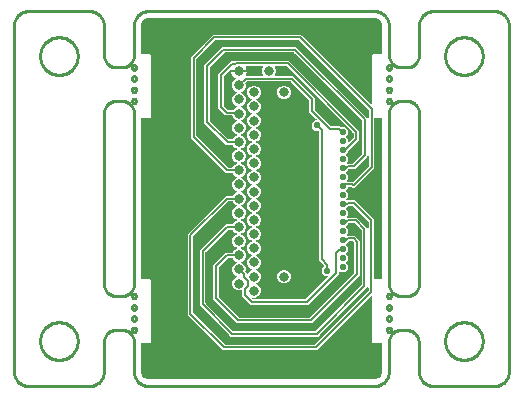
<source format=gbr>
G04 EAGLE Gerber RS-274X export*
G75*
%MOIN*%
%FSLAX34Y34*%
%LPD*%
%INEAGLE Copper Layer 2*%
%IPPOS*%
%AMOC8*
5,1,8,0,0,1.08239X$1,22.5*%
G01*
%ADD10C,0.032000*%
%ADD11C,0.023000*%
%ADD12C,0.006000*%
%ADD13C,0.010000*%

G36*
X4000Y-10269D02*
X4000Y-10269D01*
X4001Y-10269D01*
X4003Y-10269D01*
X4050Y-10264D01*
X4051Y-10264D01*
X4053Y-10264D01*
X4058Y-10262D01*
X4145Y-10227D01*
X4147Y-10225D01*
X4150Y-10224D01*
X4152Y-10222D01*
X4153Y-10222D01*
X4153Y-10221D01*
X4154Y-10220D01*
X4220Y-10154D01*
X4222Y-10152D01*
X4224Y-10149D01*
X4225Y-10147D01*
X4226Y-10146D01*
X4227Y-10145D01*
X4262Y-10058D01*
X4263Y-10056D01*
X4263Y-10055D01*
X4264Y-10050D01*
X4269Y-10003D01*
X4269Y-10002D01*
X4269Y-10000D01*
X4269Y-9090D01*
X4269Y-9089D01*
X4269Y-9088D01*
X4268Y-9084D01*
X4268Y-9081D01*
X4267Y-9080D01*
X4267Y-9079D01*
X4265Y-9075D01*
X4263Y-9072D01*
X4262Y-9071D01*
X4259Y-9068D01*
X4256Y-9066D01*
X4255Y-9065D01*
X4254Y-9065D01*
X4251Y-9063D01*
X4247Y-9062D01*
X4246Y-9062D01*
X4245Y-9061D01*
X4240Y-9061D01*
X3975Y-9061D01*
X3939Y-9025D01*
X3939Y-7530D01*
X3939Y-7527D01*
X3939Y-7524D01*
X3938Y-7522D01*
X3938Y-7520D01*
X3936Y-7518D01*
X3935Y-7515D01*
X3934Y-7514D01*
X3933Y-7512D01*
X3931Y-7510D01*
X3929Y-7508D01*
X3928Y-7507D01*
X3926Y-7505D01*
X3923Y-7504D01*
X3921Y-7503D01*
X3919Y-7502D01*
X3917Y-7501D01*
X3915Y-7501D01*
X3912Y-7500D01*
X3910Y-7501D01*
X3908Y-7501D01*
X3905Y-7501D01*
X3902Y-7502D01*
X3900Y-7502D01*
X3899Y-7503D01*
X3896Y-7504D01*
X3893Y-7506D01*
X3891Y-7507D01*
X3891Y-7508D01*
X3890Y-7508D01*
X3889Y-7509D01*
X2159Y-9239D01*
X2098Y-9301D01*
X-1038Y-9301D01*
X-2211Y-8128D01*
X-2211Y-5442D01*
X-930Y-4161D01*
X-726Y-4161D01*
X-722Y-4160D01*
X-717Y-4160D01*
X-713Y-4157D01*
X-708Y-4155D01*
X-705Y-4152D01*
X-702Y-4148D01*
X-699Y-4143D01*
X-691Y-4124D01*
X-628Y-4061D01*
X-585Y-4043D01*
X-582Y-4041D01*
X-580Y-4040D01*
X-578Y-4039D01*
X-577Y-4038D01*
X-575Y-4035D01*
X-573Y-4033D01*
X-572Y-4032D01*
X-571Y-4030D01*
X-570Y-4028D01*
X-568Y-4025D01*
X-568Y-4023D01*
X-567Y-4021D01*
X-567Y-4018D01*
X-567Y-4016D01*
X-567Y-4014D01*
X-567Y-4012D01*
X-568Y-4009D01*
X-568Y-4006D01*
X-569Y-4004D01*
X-570Y-4003D01*
X-572Y-4000D01*
X-573Y-3998D01*
X-574Y-3996D01*
X-576Y-3995D01*
X-578Y-3993D01*
X-580Y-3991D01*
X-583Y-3990D01*
X-583Y-3989D01*
X-584Y-3989D01*
X-585Y-3989D01*
X-628Y-3971D01*
X-691Y-3907D01*
X-726Y-3824D01*
X-726Y-3735D01*
X-691Y-3652D01*
X-628Y-3588D01*
X-585Y-3570D01*
X-582Y-3569D01*
X-580Y-3568D01*
X-578Y-3566D01*
X-577Y-3565D01*
X-575Y-3563D01*
X-573Y-3561D01*
X-572Y-3559D01*
X-571Y-3558D01*
X-570Y-3555D01*
X-568Y-3553D01*
X-568Y-3551D01*
X-567Y-3549D01*
X-567Y-3546D01*
X-567Y-3543D01*
X-567Y-3541D01*
X-567Y-3539D01*
X-568Y-3537D01*
X-568Y-3534D01*
X-569Y-3532D01*
X-570Y-3530D01*
X-572Y-3528D01*
X-573Y-3525D01*
X-574Y-3524D01*
X-576Y-3522D01*
X-578Y-3521D01*
X-580Y-3519D01*
X-583Y-3517D01*
X-584Y-3517D01*
X-585Y-3516D01*
X-628Y-3498D01*
X-691Y-3435D01*
X-699Y-3416D01*
X-702Y-3412D01*
X-704Y-3408D01*
X-708Y-3405D01*
X-712Y-3402D01*
X-716Y-3400D01*
X-721Y-3398D01*
X-726Y-3398D01*
X-941Y-3398D01*
X-2101Y-2238D01*
X-2101Y478D01*
X-1368Y1211D01*
X1578Y1211D01*
X3889Y-1101D01*
X3892Y-1103D01*
X3894Y-1105D01*
X3896Y-1105D01*
X3897Y-1107D01*
X3900Y-1107D01*
X3903Y-1109D01*
X3904Y-1109D01*
X3906Y-1109D01*
X3909Y-1109D01*
X3912Y-1109D01*
X3914Y-1109D01*
X3916Y-1109D01*
X3919Y-1108D01*
X3921Y-1107D01*
X3923Y-1106D01*
X3925Y-1106D01*
X3927Y-1104D01*
X3929Y-1102D01*
X3931Y-1101D01*
X3932Y-1099D01*
X3934Y-1097D01*
X3935Y-1095D01*
X3936Y-1093D01*
X3937Y-1091D01*
X3938Y-1088D01*
X3939Y-1086D01*
X3939Y-1083D01*
X3939Y-1082D01*
X3939Y-1081D01*
X3939Y-1080D01*
X3939Y525D01*
X3975Y561D01*
X4240Y561D01*
X4241Y561D01*
X4242Y561D01*
X4246Y562D01*
X4249Y562D01*
X4250Y563D01*
X4251Y563D01*
X4255Y565D01*
X4258Y567D01*
X4259Y568D01*
X4262Y571D01*
X4264Y574D01*
X4265Y575D01*
X4265Y576D01*
X4267Y579D01*
X4268Y583D01*
X4268Y584D01*
X4269Y585D01*
X4269Y590D01*
X4269Y1500D01*
X4269Y1501D01*
X4269Y1503D01*
X4264Y1550D01*
X4264Y1551D01*
X4264Y1553D01*
X4262Y1558D01*
X4227Y1645D01*
X4225Y1647D01*
X4224Y1650D01*
X4222Y1652D01*
X4222Y1653D01*
X4221Y1653D01*
X4220Y1654D01*
X4154Y1720D01*
X4152Y1722D01*
X4149Y1724D01*
X4147Y1725D01*
X4146Y1726D01*
X4145Y1727D01*
X4058Y1762D01*
X4056Y1763D01*
X4055Y1763D01*
X4050Y1764D01*
X4003Y1769D01*
X4002Y1769D01*
X4000Y1769D01*
X-3500Y1769D01*
X-3501Y1769D01*
X-3503Y1769D01*
X-3550Y1764D01*
X-3551Y1764D01*
X-3553Y1764D01*
X-3558Y1762D01*
X-3645Y1727D01*
X-3647Y1725D01*
X-3650Y1724D01*
X-3652Y1722D01*
X-3653Y1722D01*
X-3653Y1721D01*
X-3654Y1720D01*
X-3720Y1654D01*
X-3722Y1652D01*
X-3724Y1649D01*
X-3725Y1647D01*
X-3726Y1646D01*
X-3727Y1645D01*
X-3762Y1558D01*
X-3763Y1556D01*
X-3763Y1555D01*
X-3764Y1550D01*
X-3769Y1503D01*
X-3769Y1502D01*
X-3769Y1500D01*
X-3769Y590D01*
X-3769Y589D01*
X-3769Y588D01*
X-3768Y584D01*
X-3768Y581D01*
X-3767Y580D01*
X-3767Y579D01*
X-3765Y575D01*
X-3763Y572D01*
X-3762Y571D01*
X-3759Y568D01*
X-3756Y566D01*
X-3755Y565D01*
X-3754Y565D01*
X-3751Y563D01*
X-3747Y562D01*
X-3746Y562D01*
X-3745Y561D01*
X-3740Y561D01*
X-3475Y561D01*
X-3439Y525D01*
X-3439Y-1525D01*
X-3475Y-1561D01*
X-3740Y-1561D01*
X-3741Y-1561D01*
X-3742Y-1561D01*
X-3746Y-1562D01*
X-3749Y-1562D01*
X-3750Y-1563D01*
X-3751Y-1563D01*
X-3755Y-1565D01*
X-3758Y-1567D01*
X-3759Y-1568D01*
X-3762Y-1571D01*
X-3764Y-1574D01*
X-3765Y-1575D01*
X-3765Y-1576D01*
X-3767Y-1579D01*
X-3768Y-1583D01*
X-3768Y-1584D01*
X-3769Y-1585D01*
X-3769Y-1590D01*
X-3769Y-6910D01*
X-3769Y-6911D01*
X-3769Y-6912D01*
X-3768Y-6916D01*
X-3768Y-6919D01*
X-3767Y-6920D01*
X-3767Y-6921D01*
X-3765Y-6925D01*
X-3763Y-6928D01*
X-3762Y-6929D01*
X-3759Y-6932D01*
X-3756Y-6934D01*
X-3755Y-6935D01*
X-3754Y-6935D01*
X-3751Y-6937D01*
X-3747Y-6938D01*
X-3746Y-6938D01*
X-3745Y-6939D01*
X-3740Y-6939D01*
X-3475Y-6939D01*
X-3439Y-6975D01*
X-3439Y-9025D01*
X-3475Y-9061D01*
X-3740Y-9061D01*
X-3741Y-9061D01*
X-3742Y-9061D01*
X-3746Y-9062D01*
X-3749Y-9062D01*
X-3750Y-9063D01*
X-3751Y-9063D01*
X-3755Y-9065D01*
X-3758Y-9067D01*
X-3759Y-9068D01*
X-3762Y-9071D01*
X-3764Y-9074D01*
X-3765Y-9075D01*
X-3765Y-9076D01*
X-3767Y-9079D01*
X-3768Y-9083D01*
X-3768Y-9084D01*
X-3769Y-9085D01*
X-3769Y-9090D01*
X-3769Y-10000D01*
X-3769Y-10001D01*
X-3769Y-10003D01*
X-3764Y-10050D01*
X-3764Y-10051D01*
X-3764Y-10053D01*
X-3762Y-10058D01*
X-3727Y-10145D01*
X-3725Y-10147D01*
X-3724Y-10150D01*
X-3722Y-10152D01*
X-3722Y-10153D01*
X-3721Y-10153D01*
X-3720Y-10154D01*
X-3654Y-10220D01*
X-3652Y-10222D01*
X-3649Y-10224D01*
X-3647Y-10225D01*
X-3646Y-10226D01*
X-3645Y-10227D01*
X-3558Y-10262D01*
X-3556Y-10263D01*
X-3555Y-10263D01*
X-3550Y-10264D01*
X-3503Y-10269D01*
X-3502Y-10269D01*
X-3500Y-10269D01*
X4000Y-10269D01*
X4000Y-10269D01*
G37*
G36*
X1711Y-7606D02*
X1711Y-7606D01*
X1715Y-7606D01*
X1716Y-7606D01*
X1717Y-7606D01*
X1720Y-7604D01*
X1724Y-7602D01*
X1725Y-7601D01*
X1726Y-7600D01*
X1728Y-7599D01*
X2451Y-6876D01*
X2453Y-6873D01*
X2455Y-6871D01*
X2455Y-6869D01*
X2456Y-6868D01*
X2457Y-6865D01*
X2459Y-6862D01*
X2459Y-6861D01*
X2459Y-6859D01*
X2459Y-6856D01*
X2459Y-6853D01*
X2459Y-6851D01*
X2459Y-6849D01*
X2458Y-6846D01*
X2457Y-6844D01*
X2456Y-6842D01*
X2455Y-6840D01*
X2454Y-6838D01*
X2452Y-6836D01*
X2451Y-6834D01*
X2449Y-6833D01*
X2447Y-6831D01*
X2445Y-6830D01*
X2443Y-6829D01*
X2441Y-6828D01*
X2438Y-6827D01*
X2436Y-6826D01*
X2433Y-6826D01*
X2432Y-6826D01*
X2431Y-6826D01*
X2430Y-6826D01*
X2377Y-6826D01*
X2274Y-6723D01*
X2274Y-6577D01*
X2341Y-6511D01*
X2341Y-6510D01*
X2342Y-6509D01*
X2344Y-6506D01*
X2346Y-6503D01*
X2347Y-6502D01*
X2347Y-6501D01*
X2348Y-6497D01*
X2349Y-6494D01*
X2349Y-6493D01*
X2349Y-6492D01*
X2349Y-6488D01*
X2349Y-6484D01*
X2348Y-6483D01*
X2348Y-6482D01*
X2347Y-6479D01*
X2345Y-6475D01*
X2345Y-6474D01*
X2344Y-6473D01*
X2341Y-6469D01*
X2174Y-6302D01*
X2174Y-2019D01*
X2173Y-2018D01*
X2174Y-2017D01*
X2173Y-2013D01*
X2172Y-2009D01*
X2172Y-2008D01*
X2171Y-2007D01*
X2169Y-2004D01*
X2168Y-2001D01*
X2167Y-2000D01*
X2166Y-1999D01*
X2163Y-1997D01*
X2161Y-1994D01*
X2160Y-1994D01*
X2159Y-1993D01*
X2155Y-1992D01*
X2152Y-1990D01*
X2151Y-1990D01*
X2150Y-1990D01*
X2144Y-1989D01*
X2042Y-1989D01*
X1939Y-1887D01*
X1939Y-1741D01*
X2042Y-1638D01*
X2059Y-1638D01*
X2062Y-1638D01*
X2065Y-1637D01*
X2067Y-1637D01*
X2068Y-1636D01*
X2071Y-1635D01*
X2074Y-1634D01*
X2075Y-1633D01*
X2077Y-1632D01*
X2079Y-1630D01*
X2081Y-1628D01*
X2082Y-1626D01*
X2083Y-1625D01*
X2085Y-1622D01*
X2086Y-1620D01*
X2087Y-1618D01*
X2087Y-1616D01*
X2088Y-1613D01*
X2088Y-1610D01*
X2088Y-1609D01*
X2088Y-1607D01*
X2088Y-1604D01*
X2087Y-1601D01*
X2086Y-1599D01*
X2086Y-1597D01*
X2084Y-1595D01*
X2083Y-1592D01*
X2081Y-1590D01*
X2081Y-1589D01*
X2080Y-1589D01*
X2080Y-1588D01*
X1849Y-1358D01*
X1849Y-980D01*
X1849Y-976D01*
X1848Y-972D01*
X1848Y-971D01*
X1848Y-970D01*
X1846Y-967D01*
X1844Y-963D01*
X1843Y-962D01*
X1843Y-961D01*
X1841Y-959D01*
X1236Y-354D01*
X1233Y-352D01*
X1230Y-350D01*
X1229Y-349D01*
X1228Y-349D01*
X1224Y-348D01*
X1221Y-346D01*
X1220Y-346D01*
X1219Y-346D01*
X1218Y-346D01*
X1215Y-346D01*
X356Y-346D01*
X354Y-345D01*
X353Y-344D01*
X349Y-343D01*
X345Y-341D01*
X344Y-341D01*
X343Y-341D01*
X340Y-341D01*
X-228Y-341D01*
X-232Y-341D01*
X-236Y-342D01*
X-237Y-342D01*
X-241Y-344D01*
X-244Y-346D01*
X-245Y-347D01*
X-246Y-347D01*
X-249Y-349D01*
X-276Y-377D01*
X-279Y-381D01*
X-281Y-384D01*
X-281Y-385D01*
X-283Y-389D01*
X-284Y-394D01*
X-284Y-398D01*
X-284Y-403D01*
X-282Y-408D01*
X-274Y-428D01*
X-274Y-517D01*
X-309Y-600D01*
X-372Y-664D01*
X-415Y-682D01*
X-418Y-683D01*
X-420Y-684D01*
X-422Y-686D01*
X-423Y-687D01*
X-425Y-689D01*
X-427Y-691D01*
X-428Y-693D01*
X-429Y-694D01*
X-430Y-697D01*
X-432Y-699D01*
X-432Y-701D01*
X-433Y-703D01*
X-433Y-706D01*
X-433Y-709D01*
X-433Y-711D01*
X-433Y-713D01*
X-432Y-715D01*
X-432Y-718D01*
X-431Y-720D01*
X-430Y-722D01*
X-428Y-724D01*
X-427Y-727D01*
X-426Y-728D01*
X-424Y-729D01*
X-422Y-731D01*
X-420Y-733D01*
X-417Y-735D01*
X-416Y-735D01*
X-415Y-736D01*
X-372Y-754D01*
X-309Y-817D01*
X-274Y-900D01*
X-274Y-990D01*
X-309Y-1073D01*
X-372Y-1136D01*
X-415Y-1154D01*
X-418Y-1156D01*
X-420Y-1157D01*
X-422Y-1158D01*
X-423Y-1159D01*
X-425Y-1161D01*
X-427Y-1163D01*
X-428Y-1165D01*
X-429Y-1167D01*
X-430Y-1169D01*
X-432Y-1172D01*
X-432Y-1174D01*
X-433Y-1176D01*
X-433Y-1178D01*
X-433Y-1181D01*
X-433Y-1183D01*
X-433Y-1185D01*
X-432Y-1188D01*
X-432Y-1191D01*
X-431Y-1192D01*
X-430Y-1194D01*
X-428Y-1197D01*
X-427Y-1199D01*
X-426Y-1200D01*
X-424Y-1202D01*
X-422Y-1204D01*
X-420Y-1206D01*
X-417Y-1207D01*
X-416Y-1208D01*
X-415Y-1208D01*
X-372Y-1226D01*
X-309Y-1289D01*
X-274Y-1372D01*
X-274Y-1462D01*
X-309Y-1545D01*
X-372Y-1609D01*
X-415Y-1627D01*
X-418Y-1628D01*
X-420Y-1629D01*
X-422Y-1631D01*
X-423Y-1632D01*
X-425Y-1634D01*
X-427Y-1636D01*
X-428Y-1638D01*
X-429Y-1639D01*
X-430Y-1642D01*
X-432Y-1644D01*
X-432Y-1646D01*
X-433Y-1648D01*
X-433Y-1651D01*
X-433Y-1654D01*
X-433Y-1656D01*
X-433Y-1658D01*
X-432Y-1660D01*
X-432Y-1663D01*
X-431Y-1665D01*
X-430Y-1667D01*
X-428Y-1669D01*
X-427Y-1672D01*
X-426Y-1673D01*
X-424Y-1674D01*
X-422Y-1676D01*
X-420Y-1678D01*
X-417Y-1679D01*
X-417Y-1680D01*
X-416Y-1680D01*
X-415Y-1681D01*
X-372Y-1698D01*
X-309Y-1762D01*
X-274Y-1845D01*
X-274Y-1935D01*
X-309Y-2018D01*
X-372Y-2081D01*
X-415Y-2099D01*
X-418Y-2101D01*
X-420Y-2102D01*
X-422Y-2103D01*
X-423Y-2104D01*
X-425Y-2106D01*
X-427Y-2108D01*
X-428Y-2110D01*
X-429Y-2111D01*
X-430Y-2114D01*
X-432Y-2117D01*
X-432Y-2119D01*
X-433Y-2120D01*
X-433Y-2123D01*
X-433Y-2126D01*
X-433Y-2128D01*
X-433Y-2130D01*
X-432Y-2133D01*
X-432Y-2136D01*
X-431Y-2137D01*
X-430Y-2139D01*
X-428Y-2141D01*
X-427Y-2144D01*
X-426Y-2145D01*
X-424Y-2147D01*
X-422Y-2149D01*
X-420Y-2150D01*
X-417Y-2152D01*
X-416Y-2152D01*
X-415Y-2153D01*
X-372Y-2171D01*
X-309Y-2234D01*
X-274Y-2317D01*
X-274Y-2407D01*
X-309Y-2490D01*
X-372Y-2554D01*
X-415Y-2571D01*
X-418Y-2573D01*
X-420Y-2574D01*
X-422Y-2575D01*
X-423Y-2576D01*
X-425Y-2579D01*
X-427Y-2581D01*
X-428Y-2582D01*
X-429Y-2584D01*
X-430Y-2587D01*
X-432Y-2589D01*
X-432Y-2591D01*
X-433Y-2593D01*
X-433Y-2596D01*
X-433Y-2599D01*
X-433Y-2601D01*
X-433Y-2602D01*
X-432Y-2605D01*
X-432Y-2608D01*
X-431Y-2610D01*
X-430Y-2612D01*
X-428Y-2614D01*
X-427Y-2616D01*
X-426Y-2618D01*
X-424Y-2619D01*
X-422Y-2621D01*
X-420Y-2623D01*
X-417Y-2624D01*
X-417Y-2625D01*
X-416Y-2625D01*
X-415Y-2625D01*
X-372Y-2643D01*
X-309Y-2707D01*
X-274Y-2790D01*
X-274Y-2880D01*
X-309Y-2963D01*
X-372Y-3026D01*
X-415Y-3044D01*
X-418Y-3045D01*
X-420Y-3047D01*
X-422Y-3048D01*
X-423Y-3049D01*
X-425Y-3051D01*
X-427Y-3053D01*
X-428Y-3055D01*
X-429Y-3056D01*
X-430Y-3059D01*
X-432Y-3062D01*
X-432Y-3064D01*
X-433Y-3065D01*
X-433Y-3068D01*
X-433Y-3071D01*
X-433Y-3073D01*
X-433Y-3075D01*
X-432Y-3078D01*
X-432Y-3081D01*
X-431Y-3082D01*
X-430Y-3084D01*
X-428Y-3086D01*
X-427Y-3089D01*
X-426Y-3090D01*
X-424Y-3092D01*
X-422Y-3093D01*
X-420Y-3095D01*
X-417Y-3097D01*
X-416Y-3097D01*
X-415Y-3098D01*
X-372Y-3116D01*
X-309Y-3179D01*
X-274Y-3262D01*
X-274Y-3352D01*
X-309Y-3435D01*
X-372Y-3498D01*
X-415Y-3516D01*
X-418Y-3518D01*
X-420Y-3519D01*
X-422Y-3520D01*
X-423Y-3521D01*
X-425Y-3524D01*
X-427Y-3526D01*
X-428Y-3527D01*
X-429Y-3529D01*
X-430Y-3531D01*
X-432Y-3534D01*
X-432Y-3536D01*
X-433Y-3538D01*
X-433Y-3541D01*
X-433Y-3544D01*
X-433Y-3545D01*
X-433Y-3547D01*
X-432Y-3550D01*
X-432Y-3553D01*
X-431Y-3555D01*
X-430Y-3556D01*
X-428Y-3559D01*
X-427Y-3561D01*
X-426Y-3563D01*
X-424Y-3564D01*
X-422Y-3566D01*
X-420Y-3568D01*
X-417Y-3569D01*
X-417Y-3570D01*
X-416Y-3570D01*
X-415Y-3570D01*
X-372Y-3588D01*
X-309Y-3652D01*
X-274Y-3735D01*
X-274Y-3824D01*
X-309Y-3907D01*
X-372Y-3971D01*
X-415Y-3989D01*
X-418Y-3990D01*
X-420Y-3991D01*
X-422Y-3993D01*
X-423Y-3994D01*
X-425Y-3996D01*
X-427Y-3998D01*
X-428Y-4000D01*
X-429Y-4001D01*
X-430Y-4004D01*
X-432Y-4007D01*
X-432Y-4008D01*
X-433Y-4010D01*
X-433Y-4013D01*
X-433Y-4016D01*
X-433Y-4018D01*
X-433Y-4020D01*
X-432Y-4023D01*
X-432Y-4025D01*
X-431Y-4027D01*
X-430Y-4029D01*
X-428Y-4031D01*
X-427Y-4034D01*
X-426Y-4035D01*
X-424Y-4037D01*
X-422Y-4038D01*
X-420Y-4040D01*
X-417Y-4042D01*
X-416Y-4042D01*
X-415Y-4043D01*
X-372Y-4061D01*
X-309Y-4124D01*
X-274Y-4207D01*
X-274Y-4297D01*
X-309Y-4380D01*
X-372Y-4443D01*
X-415Y-4461D01*
X-418Y-4463D01*
X-420Y-4464D01*
X-422Y-4465D01*
X-423Y-4466D01*
X-425Y-4468D01*
X-427Y-4471D01*
X-428Y-4472D01*
X-429Y-4474D01*
X-430Y-4476D01*
X-432Y-4479D01*
X-432Y-4481D01*
X-433Y-4483D01*
X-433Y-4486D01*
X-433Y-4488D01*
X-433Y-4490D01*
X-433Y-4492D01*
X-432Y-4495D01*
X-432Y-4498D01*
X-431Y-4499D01*
X-430Y-4501D01*
X-428Y-4504D01*
X-427Y-4506D01*
X-426Y-4508D01*
X-424Y-4509D01*
X-422Y-4511D01*
X-420Y-4513D01*
X-417Y-4514D01*
X-417Y-4515D01*
X-416Y-4515D01*
X-415Y-4515D01*
X-372Y-4533D01*
X-309Y-4597D01*
X-274Y-4680D01*
X-274Y-4769D01*
X-309Y-4852D01*
X-372Y-4916D01*
X-415Y-4934D01*
X-418Y-4935D01*
X-420Y-4936D01*
X-422Y-4938D01*
X-423Y-4939D01*
X-425Y-4941D01*
X-427Y-4943D01*
X-428Y-4945D01*
X-429Y-4946D01*
X-430Y-4949D01*
X-432Y-4951D01*
X-432Y-4953D01*
X-433Y-4955D01*
X-433Y-4958D01*
X-433Y-4961D01*
X-433Y-4963D01*
X-433Y-4965D01*
X-432Y-4967D01*
X-432Y-4970D01*
X-431Y-4972D01*
X-430Y-4974D01*
X-428Y-4976D01*
X-427Y-4979D01*
X-426Y-4980D01*
X-424Y-4981D01*
X-422Y-4983D01*
X-420Y-4985D01*
X-417Y-4986D01*
X-417Y-4987D01*
X-416Y-4987D01*
X-415Y-4988D01*
X-372Y-5005D01*
X-309Y-5069D01*
X-274Y-5152D01*
X-274Y-5242D01*
X-309Y-5325D01*
X-372Y-5388D01*
X-415Y-5406D01*
X-418Y-5408D01*
X-420Y-5409D01*
X-422Y-5410D01*
X-423Y-5411D01*
X-425Y-5413D01*
X-427Y-5415D01*
X-428Y-5417D01*
X-429Y-5419D01*
X-430Y-5421D01*
X-432Y-5424D01*
X-432Y-5426D01*
X-433Y-5427D01*
X-433Y-5430D01*
X-433Y-5433D01*
X-433Y-5435D01*
X-433Y-5437D01*
X-432Y-5440D01*
X-432Y-5443D01*
X-431Y-5444D01*
X-430Y-5446D01*
X-428Y-5449D01*
X-427Y-5451D01*
X-426Y-5452D01*
X-424Y-5454D01*
X-422Y-5456D01*
X-420Y-5458D01*
X-417Y-5459D01*
X-416Y-5460D01*
X-415Y-5460D01*
X-372Y-5478D01*
X-309Y-5541D01*
X-274Y-5624D01*
X-274Y-5714D01*
X-309Y-5797D01*
X-372Y-5861D01*
X-415Y-5878D01*
X-418Y-5880D01*
X-420Y-5881D01*
X-422Y-5883D01*
X-423Y-5884D01*
X-425Y-5886D01*
X-427Y-5888D01*
X-428Y-5889D01*
X-429Y-5891D01*
X-430Y-5894D01*
X-432Y-5896D01*
X-432Y-5898D01*
X-433Y-5900D01*
X-433Y-5903D01*
X-433Y-5906D01*
X-433Y-5908D01*
X-433Y-5909D01*
X-432Y-5912D01*
X-432Y-5915D01*
X-431Y-5917D01*
X-430Y-5919D01*
X-428Y-5921D01*
X-427Y-5924D01*
X-426Y-5925D01*
X-424Y-5926D01*
X-422Y-5928D01*
X-420Y-5930D01*
X-417Y-5931D01*
X-417Y-5932D01*
X-416Y-5932D01*
X-415Y-5933D01*
X-372Y-5950D01*
X-309Y-6014D01*
X-274Y-6097D01*
X-274Y-6187D01*
X-309Y-6270D01*
X-372Y-6333D01*
X-415Y-6351D01*
X-418Y-6352D01*
X-420Y-6354D01*
X-422Y-6355D01*
X-423Y-6356D01*
X-425Y-6358D01*
X-427Y-6360D01*
X-428Y-6362D01*
X-429Y-6363D01*
X-430Y-6366D01*
X-432Y-6369D01*
X-432Y-6371D01*
X-433Y-6372D01*
X-433Y-6375D01*
X-433Y-6378D01*
X-433Y-6380D01*
X-433Y-6382D01*
X-432Y-6385D01*
X-432Y-6388D01*
X-431Y-6389D01*
X-430Y-6391D01*
X-428Y-6393D01*
X-427Y-6396D01*
X-426Y-6397D01*
X-424Y-6399D01*
X-422Y-6400D01*
X-420Y-6402D01*
X-417Y-6404D01*
X-416Y-6404D01*
X-415Y-6405D01*
X-372Y-6423D01*
X-309Y-6486D01*
X-274Y-6569D01*
X-274Y-6659D01*
X-282Y-6678D01*
X-283Y-6683D01*
X-284Y-6687D01*
X-284Y-6688D01*
X-284Y-6692D01*
X-283Y-6697D01*
X-281Y-6701D01*
X-279Y-6706D01*
X-276Y-6710D01*
X-243Y-6742D01*
X-242Y-6744D01*
X-240Y-6745D01*
X-238Y-6746D01*
X-236Y-6748D01*
X-234Y-6749D01*
X-232Y-6750D01*
X-229Y-6750D01*
X-226Y-6751D01*
X-224Y-6751D01*
X-222Y-6751D01*
X-220Y-6751D01*
X-217Y-6750D01*
X-215Y-6750D01*
X-213Y-6749D01*
X-211Y-6748D01*
X-208Y-6747D01*
X-206Y-6746D01*
X-205Y-6745D01*
X-203Y-6743D01*
X-201Y-6741D01*
X-200Y-6739D01*
X-198Y-6738D01*
X-196Y-6733D01*
X-191Y-6723D01*
X-128Y-6659D01*
X-85Y-6641D01*
X-82Y-6640D01*
X-80Y-6638D01*
X-78Y-6637D01*
X-77Y-6636D01*
X-75Y-6634D01*
X-73Y-6632D01*
X-72Y-6630D01*
X-71Y-6629D01*
X-70Y-6626D01*
X-68Y-6623D01*
X-68Y-6622D01*
X-67Y-6620D01*
X-67Y-6617D01*
X-67Y-6614D01*
X-67Y-6612D01*
X-67Y-6610D01*
X-68Y-6607D01*
X-68Y-6605D01*
X-69Y-6603D01*
X-70Y-6601D01*
X-72Y-6599D01*
X-73Y-6596D01*
X-74Y-6595D01*
X-76Y-6593D01*
X-78Y-6592D01*
X-80Y-6590D01*
X-83Y-6588D01*
X-84Y-6588D01*
X-85Y-6587D01*
X-128Y-6569D01*
X-191Y-6506D01*
X-226Y-6423D01*
X-226Y-6333D01*
X-191Y-6250D01*
X-128Y-6187D01*
X-85Y-6169D01*
X-82Y-6167D01*
X-80Y-6166D01*
X-78Y-6165D01*
X-77Y-6164D01*
X-75Y-6161D01*
X-73Y-6159D01*
X-72Y-6158D01*
X-71Y-6156D01*
X-70Y-6154D01*
X-68Y-6151D01*
X-68Y-6149D01*
X-67Y-6147D01*
X-67Y-6144D01*
X-67Y-6142D01*
X-67Y-6140D01*
X-67Y-6138D01*
X-68Y-6135D01*
X-68Y-6132D01*
X-69Y-6130D01*
X-70Y-6129D01*
X-72Y-6126D01*
X-73Y-6124D01*
X-74Y-6122D01*
X-76Y-6121D01*
X-78Y-6119D01*
X-80Y-6117D01*
X-83Y-6116D01*
X-83Y-6115D01*
X-84Y-6115D01*
X-85Y-6115D01*
X-128Y-6097D01*
X-191Y-6033D01*
X-226Y-5950D01*
X-226Y-5861D01*
X-191Y-5778D01*
X-128Y-5714D01*
X-85Y-5696D01*
X-82Y-5695D01*
X-80Y-5694D01*
X-78Y-5692D01*
X-77Y-5691D01*
X-75Y-5689D01*
X-73Y-5687D01*
X-72Y-5685D01*
X-71Y-5684D01*
X-70Y-5681D01*
X-68Y-5679D01*
X-68Y-5677D01*
X-67Y-5675D01*
X-67Y-5672D01*
X-67Y-5669D01*
X-67Y-5667D01*
X-67Y-5665D01*
X-68Y-5663D01*
X-68Y-5660D01*
X-69Y-5658D01*
X-70Y-5656D01*
X-72Y-5654D01*
X-73Y-5651D01*
X-74Y-5650D01*
X-76Y-5648D01*
X-78Y-5647D01*
X-80Y-5645D01*
X-83Y-5643D01*
X-84Y-5643D01*
X-85Y-5642D01*
X-128Y-5624D01*
X-191Y-5561D01*
X-226Y-5478D01*
X-226Y-5388D01*
X-191Y-5305D01*
X-128Y-5242D01*
X-85Y-5224D01*
X-82Y-5222D01*
X-80Y-5221D01*
X-78Y-5220D01*
X-77Y-5219D01*
X-75Y-5217D01*
X-73Y-5215D01*
X-72Y-5213D01*
X-71Y-5211D01*
X-70Y-5209D01*
X-68Y-5206D01*
X-68Y-5204D01*
X-67Y-5202D01*
X-67Y-5200D01*
X-67Y-5197D01*
X-67Y-5195D01*
X-67Y-5193D01*
X-68Y-5190D01*
X-68Y-5187D01*
X-69Y-5186D01*
X-70Y-5184D01*
X-72Y-5181D01*
X-73Y-5179D01*
X-74Y-5178D01*
X-76Y-5176D01*
X-78Y-5174D01*
X-80Y-5172D01*
X-83Y-5171D01*
X-84Y-5170D01*
X-85Y-5170D01*
X-128Y-5152D01*
X-191Y-5089D01*
X-226Y-5006D01*
X-226Y-4916D01*
X-191Y-4833D01*
X-128Y-4769D01*
X-85Y-4751D01*
X-82Y-4750D01*
X-80Y-4749D01*
X-78Y-4747D01*
X-77Y-4746D01*
X-75Y-4744D01*
X-73Y-4742D01*
X-72Y-4740D01*
X-71Y-4739D01*
X-70Y-4736D01*
X-68Y-4734D01*
X-68Y-4732D01*
X-67Y-4730D01*
X-67Y-4727D01*
X-67Y-4724D01*
X-67Y-4722D01*
X-67Y-4720D01*
X-68Y-4718D01*
X-68Y-4715D01*
X-69Y-4713D01*
X-70Y-4711D01*
X-72Y-4709D01*
X-73Y-4706D01*
X-74Y-4705D01*
X-76Y-4704D01*
X-78Y-4702D01*
X-80Y-4700D01*
X-83Y-4699D01*
X-83Y-4698D01*
X-84Y-4698D01*
X-85Y-4697D01*
X-128Y-4680D01*
X-191Y-4616D01*
X-226Y-4533D01*
X-226Y-4443D01*
X-191Y-4360D01*
X-128Y-4297D01*
X-85Y-4279D01*
X-82Y-4277D01*
X-80Y-4276D01*
X-78Y-4275D01*
X-77Y-4274D01*
X-75Y-4272D01*
X-73Y-4270D01*
X-72Y-4268D01*
X-71Y-4267D01*
X-70Y-4264D01*
X-68Y-4261D01*
X-68Y-4259D01*
X-67Y-4258D01*
X-67Y-4255D01*
X-67Y-4252D01*
X-67Y-4250D01*
X-67Y-4248D01*
X-68Y-4245D01*
X-68Y-4242D01*
X-69Y-4241D01*
X-70Y-4239D01*
X-72Y-4236D01*
X-73Y-4234D01*
X-74Y-4233D01*
X-76Y-4231D01*
X-78Y-4229D01*
X-80Y-4227D01*
X-83Y-4226D01*
X-84Y-4225D01*
X-85Y-4225D01*
X-128Y-4207D01*
X-191Y-4144D01*
X-226Y-4061D01*
X-226Y-3971D01*
X-191Y-3888D01*
X-128Y-3824D01*
X-85Y-3807D01*
X-82Y-3805D01*
X-80Y-3804D01*
X-78Y-3802D01*
X-77Y-3801D01*
X-75Y-3799D01*
X-73Y-3797D01*
X-72Y-3796D01*
X-71Y-3794D01*
X-70Y-3791D01*
X-68Y-3789D01*
X-68Y-3787D01*
X-67Y-3785D01*
X-67Y-3782D01*
X-67Y-3779D01*
X-67Y-3777D01*
X-67Y-3776D01*
X-68Y-3773D01*
X-68Y-3770D01*
X-69Y-3768D01*
X-70Y-3766D01*
X-72Y-3764D01*
X-73Y-3761D01*
X-74Y-3760D01*
X-76Y-3759D01*
X-78Y-3757D01*
X-80Y-3755D01*
X-83Y-3754D01*
X-83Y-3753D01*
X-84Y-3753D01*
X-85Y-3753D01*
X-128Y-3735D01*
X-191Y-3671D01*
X-226Y-3588D01*
X-226Y-3498D01*
X-191Y-3415D01*
X-128Y-3352D01*
X-85Y-3334D01*
X-82Y-3333D01*
X-80Y-3331D01*
X-78Y-3330D01*
X-77Y-3329D01*
X-75Y-3327D01*
X-73Y-3325D01*
X-72Y-3323D01*
X-71Y-3322D01*
X-70Y-3319D01*
X-68Y-3316D01*
X-68Y-3314D01*
X-67Y-3313D01*
X-67Y-3310D01*
X-67Y-3307D01*
X-67Y-3305D01*
X-67Y-3303D01*
X-68Y-3300D01*
X-68Y-3297D01*
X-69Y-3296D01*
X-70Y-3294D01*
X-72Y-3292D01*
X-73Y-3289D01*
X-74Y-3288D01*
X-76Y-3286D01*
X-78Y-3285D01*
X-80Y-3283D01*
X-83Y-3281D01*
X-84Y-3281D01*
X-85Y-3280D01*
X-128Y-3262D01*
X-191Y-3199D01*
X-226Y-3116D01*
X-226Y-3026D01*
X-191Y-2943D01*
X-128Y-2879D01*
X-85Y-2862D01*
X-82Y-2860D01*
X-80Y-2859D01*
X-78Y-2858D01*
X-77Y-2857D01*
X-75Y-2854D01*
X-73Y-2852D01*
X-72Y-2851D01*
X-71Y-2849D01*
X-70Y-2846D01*
X-68Y-2844D01*
X-68Y-2842D01*
X-67Y-2840D01*
X-67Y-2837D01*
X-67Y-2834D01*
X-67Y-2833D01*
X-67Y-2831D01*
X-68Y-2828D01*
X-68Y-2825D01*
X-69Y-2823D01*
X-70Y-2822D01*
X-72Y-2819D01*
X-73Y-2817D01*
X-74Y-2815D01*
X-76Y-2814D01*
X-78Y-2812D01*
X-80Y-2810D01*
X-83Y-2809D01*
X-83Y-2808D01*
X-84Y-2808D01*
X-85Y-2808D01*
X-128Y-2790D01*
X-191Y-2726D01*
X-226Y-2643D01*
X-226Y-2554D01*
X-191Y-2471D01*
X-128Y-2407D01*
X-85Y-2389D01*
X-82Y-2388D01*
X-80Y-2386D01*
X-78Y-2385D01*
X-77Y-2384D01*
X-75Y-2382D01*
X-73Y-2380D01*
X-72Y-2378D01*
X-71Y-2377D01*
X-70Y-2374D01*
X-68Y-2371D01*
X-68Y-2370D01*
X-67Y-2368D01*
X-67Y-2365D01*
X-67Y-2362D01*
X-67Y-2360D01*
X-67Y-2358D01*
X-68Y-2355D01*
X-68Y-2353D01*
X-69Y-2351D01*
X-70Y-2349D01*
X-72Y-2347D01*
X-73Y-2344D01*
X-74Y-2343D01*
X-76Y-2341D01*
X-78Y-2340D01*
X-80Y-2338D01*
X-83Y-2336D01*
X-84Y-2336D01*
X-85Y-2335D01*
X-128Y-2317D01*
X-191Y-2254D01*
X-226Y-2171D01*
X-226Y-2081D01*
X-191Y-1998D01*
X-128Y-1935D01*
X-85Y-1917D01*
X-82Y-1915D01*
X-80Y-1914D01*
X-78Y-1913D01*
X-77Y-1912D01*
X-75Y-1909D01*
X-73Y-1907D01*
X-72Y-1906D01*
X-71Y-1904D01*
X-70Y-1902D01*
X-68Y-1899D01*
X-68Y-1897D01*
X-67Y-1895D01*
X-67Y-1892D01*
X-67Y-1890D01*
X-67Y-1888D01*
X-67Y-1886D01*
X-68Y-1883D01*
X-68Y-1880D01*
X-69Y-1878D01*
X-70Y-1877D01*
X-72Y-1874D01*
X-73Y-1872D01*
X-74Y-1870D01*
X-76Y-1869D01*
X-78Y-1867D01*
X-80Y-1865D01*
X-83Y-1864D01*
X-83Y-1863D01*
X-84Y-1863D01*
X-85Y-1863D01*
X-128Y-1845D01*
X-191Y-1781D01*
X-226Y-1698D01*
X-226Y-1609D01*
X-191Y-1526D01*
X-128Y-1462D01*
X-85Y-1444D01*
X-82Y-1443D01*
X-80Y-1442D01*
X-78Y-1440D01*
X-77Y-1439D01*
X-75Y-1437D01*
X-73Y-1435D01*
X-72Y-1433D01*
X-71Y-1432D01*
X-70Y-1429D01*
X-68Y-1427D01*
X-68Y-1425D01*
X-67Y-1423D01*
X-67Y-1420D01*
X-67Y-1417D01*
X-67Y-1415D01*
X-67Y-1413D01*
X-68Y-1411D01*
X-68Y-1408D01*
X-69Y-1406D01*
X-70Y-1404D01*
X-72Y-1402D01*
X-73Y-1399D01*
X-74Y-1398D01*
X-76Y-1396D01*
X-78Y-1395D01*
X-80Y-1393D01*
X-83Y-1391D01*
X-84Y-1391D01*
X-85Y-1390D01*
X-128Y-1372D01*
X-191Y-1309D01*
X-226Y-1226D01*
X-226Y-1136D01*
X-191Y-1053D01*
X-128Y-990D01*
X-85Y-972D01*
X-82Y-970D01*
X-80Y-969D01*
X-78Y-968D01*
X-77Y-967D01*
X-75Y-965D01*
X-73Y-963D01*
X-72Y-961D01*
X-71Y-959D01*
X-70Y-957D01*
X-68Y-954D01*
X-68Y-952D01*
X-67Y-950D01*
X-67Y-948D01*
X-67Y-945D01*
X-67Y-943D01*
X-67Y-941D01*
X-68Y-938D01*
X-68Y-935D01*
X-69Y-934D01*
X-70Y-932D01*
X-72Y-929D01*
X-73Y-927D01*
X-74Y-926D01*
X-76Y-924D01*
X-78Y-922D01*
X-80Y-920D01*
X-83Y-919D01*
X-84Y-918D01*
X-85Y-918D01*
X-128Y-900D01*
X-191Y-837D01*
X-226Y-754D01*
X-226Y-664D01*
X-191Y-581D01*
X-128Y-517D01*
X-45Y-483D01*
X45Y-483D01*
X128Y-517D01*
X191Y-581D01*
X226Y-664D01*
X226Y-754D01*
X191Y-837D01*
X128Y-900D01*
X85Y-918D01*
X82Y-919D01*
X80Y-921D01*
X78Y-922D01*
X77Y-923D01*
X75Y-925D01*
X73Y-927D01*
X72Y-929D01*
X71Y-930D01*
X70Y-933D01*
X68Y-936D01*
X68Y-938D01*
X67Y-939D01*
X67Y-942D01*
X67Y-945D01*
X67Y-947D01*
X67Y-949D01*
X68Y-952D01*
X68Y-955D01*
X69Y-956D01*
X70Y-958D01*
X72Y-960D01*
X73Y-963D01*
X74Y-964D01*
X76Y-966D01*
X78Y-967D01*
X80Y-969D01*
X83Y-971D01*
X84Y-971D01*
X85Y-972D01*
X128Y-990D01*
X191Y-1053D01*
X226Y-1136D01*
X226Y-1226D01*
X191Y-1309D01*
X128Y-1372D01*
X85Y-1390D01*
X82Y-1392D01*
X80Y-1393D01*
X78Y-1394D01*
X77Y-1395D01*
X75Y-1398D01*
X73Y-1400D01*
X72Y-1401D01*
X71Y-1403D01*
X70Y-1406D01*
X68Y-1408D01*
X68Y-1410D01*
X67Y-1412D01*
X67Y-1415D01*
X67Y-1418D01*
X67Y-1419D01*
X67Y-1421D01*
X68Y-1424D01*
X68Y-1427D01*
X69Y-1429D01*
X70Y-1430D01*
X72Y-1433D01*
X73Y-1435D01*
X74Y-1437D01*
X76Y-1438D01*
X78Y-1440D01*
X80Y-1442D01*
X83Y-1443D01*
X83Y-1444D01*
X84Y-1444D01*
X85Y-1444D01*
X128Y-1462D01*
X191Y-1526D01*
X226Y-1609D01*
X226Y-1698D01*
X191Y-1781D01*
X128Y-1845D01*
X85Y-1863D01*
X82Y-1864D01*
X80Y-1866D01*
X78Y-1867D01*
X77Y-1868D01*
X75Y-1870D01*
X73Y-1872D01*
X72Y-1874D01*
X71Y-1875D01*
X70Y-1878D01*
X68Y-1881D01*
X68Y-1882D01*
X67Y-1884D01*
X67Y-1887D01*
X67Y-1890D01*
X67Y-1892D01*
X67Y-1894D01*
X68Y-1897D01*
X68Y-1899D01*
X69Y-1901D01*
X70Y-1903D01*
X72Y-1905D01*
X73Y-1908D01*
X74Y-1909D01*
X76Y-1911D01*
X78Y-1912D01*
X80Y-1914D01*
X83Y-1916D01*
X84Y-1916D01*
X85Y-1917D01*
X128Y-1935D01*
X191Y-1998D01*
X226Y-2081D01*
X226Y-2171D01*
X191Y-2254D01*
X128Y-2317D01*
X85Y-2335D01*
X82Y-2337D01*
X80Y-2338D01*
X78Y-2339D01*
X77Y-2340D01*
X75Y-2343D01*
X73Y-2345D01*
X72Y-2346D01*
X71Y-2348D01*
X70Y-2350D01*
X68Y-2353D01*
X68Y-2355D01*
X67Y-2357D01*
X67Y-2360D01*
X67Y-2362D01*
X67Y-2364D01*
X67Y-2366D01*
X68Y-2369D01*
X68Y-2372D01*
X69Y-2374D01*
X70Y-2375D01*
X72Y-2378D01*
X73Y-2380D01*
X74Y-2382D01*
X76Y-2383D01*
X78Y-2385D01*
X80Y-2387D01*
X83Y-2388D01*
X83Y-2389D01*
X84Y-2389D01*
X85Y-2389D01*
X128Y-2407D01*
X191Y-2471D01*
X226Y-2554D01*
X226Y-2643D01*
X191Y-2726D01*
X128Y-2790D01*
X85Y-2808D01*
X82Y-2809D01*
X80Y-2810D01*
X78Y-2812D01*
X77Y-2813D01*
X75Y-2815D01*
X73Y-2817D01*
X72Y-2819D01*
X71Y-2820D01*
X70Y-2823D01*
X68Y-2825D01*
X68Y-2827D01*
X67Y-2829D01*
X67Y-2832D01*
X67Y-2835D01*
X67Y-2837D01*
X67Y-2839D01*
X68Y-2841D01*
X68Y-2844D01*
X69Y-2846D01*
X70Y-2848D01*
X72Y-2850D01*
X73Y-2853D01*
X74Y-2854D01*
X76Y-2855D01*
X78Y-2857D01*
X80Y-2859D01*
X83Y-2861D01*
X84Y-2861D01*
X85Y-2862D01*
X128Y-2879D01*
X191Y-2943D01*
X226Y-3026D01*
X226Y-3116D01*
X191Y-3199D01*
X128Y-3262D01*
X85Y-3280D01*
X82Y-3282D01*
X80Y-3283D01*
X78Y-3284D01*
X77Y-3285D01*
X75Y-3287D01*
X73Y-3289D01*
X72Y-3291D01*
X71Y-3293D01*
X70Y-3295D01*
X68Y-3298D01*
X68Y-3300D01*
X67Y-3301D01*
X67Y-3304D01*
X67Y-3307D01*
X67Y-3309D01*
X67Y-3311D01*
X68Y-3314D01*
X68Y-3317D01*
X69Y-3318D01*
X70Y-3320D01*
X72Y-3323D01*
X73Y-3325D01*
X74Y-3326D01*
X76Y-3328D01*
X78Y-3330D01*
X80Y-3332D01*
X83Y-3333D01*
X84Y-3334D01*
X85Y-3334D01*
X128Y-3352D01*
X191Y-3415D01*
X226Y-3498D01*
X226Y-3588D01*
X191Y-3671D01*
X128Y-3735D01*
X85Y-3753D01*
X82Y-3754D01*
X80Y-3755D01*
X78Y-3757D01*
X77Y-3758D01*
X75Y-3760D01*
X73Y-3762D01*
X72Y-3764D01*
X71Y-3765D01*
X70Y-3768D01*
X68Y-3770D01*
X68Y-3772D01*
X67Y-3774D01*
X67Y-3777D01*
X67Y-3780D01*
X67Y-3782D01*
X67Y-3783D01*
X68Y-3786D01*
X68Y-3789D01*
X69Y-3791D01*
X70Y-3793D01*
X72Y-3795D01*
X73Y-3798D01*
X74Y-3799D01*
X76Y-3800D01*
X78Y-3802D01*
X80Y-3804D01*
X83Y-3805D01*
X83Y-3806D01*
X84Y-3806D01*
X85Y-3807D01*
X128Y-3824D01*
X191Y-3888D01*
X226Y-3971D01*
X226Y-4061D01*
X191Y-4144D01*
X128Y-4207D01*
X85Y-4225D01*
X82Y-4226D01*
X80Y-4228D01*
X78Y-4229D01*
X77Y-4230D01*
X75Y-4232D01*
X73Y-4234D01*
X72Y-4236D01*
X71Y-4237D01*
X70Y-4240D01*
X68Y-4243D01*
X68Y-4245D01*
X67Y-4246D01*
X67Y-4249D01*
X67Y-4252D01*
X67Y-4254D01*
X67Y-4256D01*
X68Y-4259D01*
X68Y-4262D01*
X69Y-4263D01*
X70Y-4265D01*
X72Y-4267D01*
X73Y-4270D01*
X74Y-4271D01*
X76Y-4273D01*
X78Y-4274D01*
X80Y-4276D01*
X83Y-4278D01*
X84Y-4278D01*
X85Y-4279D01*
X128Y-4297D01*
X191Y-4360D01*
X226Y-4443D01*
X226Y-4533D01*
X191Y-4616D01*
X128Y-4680D01*
X85Y-4697D01*
X82Y-4699D01*
X80Y-4700D01*
X78Y-4701D01*
X77Y-4702D01*
X75Y-4705D01*
X73Y-4707D01*
X72Y-4708D01*
X71Y-4710D01*
X70Y-4713D01*
X68Y-4715D01*
X68Y-4717D01*
X67Y-4719D01*
X67Y-4722D01*
X67Y-4725D01*
X67Y-4726D01*
X67Y-4728D01*
X68Y-4731D01*
X68Y-4734D01*
X69Y-4736D01*
X70Y-4738D01*
X72Y-4740D01*
X73Y-4742D01*
X74Y-4744D01*
X76Y-4745D01*
X78Y-4747D01*
X80Y-4749D01*
X83Y-4750D01*
X83Y-4751D01*
X84Y-4751D01*
X85Y-4751D01*
X128Y-4769D01*
X191Y-4833D01*
X226Y-4916D01*
X226Y-5006D01*
X191Y-5089D01*
X128Y-5152D01*
X85Y-5170D01*
X82Y-5171D01*
X80Y-5173D01*
X78Y-5174D01*
X77Y-5175D01*
X75Y-5177D01*
X73Y-5179D01*
X72Y-5181D01*
X71Y-5182D01*
X70Y-5185D01*
X68Y-5188D01*
X68Y-5189D01*
X67Y-5191D01*
X67Y-5194D01*
X67Y-5197D01*
X67Y-5199D01*
X67Y-5201D01*
X68Y-5204D01*
X68Y-5206D01*
X69Y-5208D01*
X70Y-5210D01*
X72Y-5212D01*
X73Y-5215D01*
X74Y-5216D01*
X76Y-5218D01*
X78Y-5219D01*
X80Y-5221D01*
X83Y-5223D01*
X84Y-5223D01*
X85Y-5224D01*
X128Y-5242D01*
X191Y-5305D01*
X226Y-5388D01*
X226Y-5478D01*
X191Y-5561D01*
X128Y-5624D01*
X85Y-5642D01*
X82Y-5644D01*
X80Y-5645D01*
X78Y-5646D01*
X77Y-5647D01*
X75Y-5650D01*
X73Y-5652D01*
X72Y-5653D01*
X71Y-5655D01*
X70Y-5657D01*
X68Y-5660D01*
X68Y-5662D01*
X67Y-5664D01*
X67Y-5667D01*
X67Y-5670D01*
X67Y-5671D01*
X67Y-5673D01*
X68Y-5676D01*
X68Y-5679D01*
X69Y-5681D01*
X70Y-5682D01*
X72Y-5685D01*
X73Y-5687D01*
X74Y-5689D01*
X76Y-5690D01*
X78Y-5692D01*
X80Y-5694D01*
X83Y-5695D01*
X83Y-5696D01*
X84Y-5696D01*
X85Y-5696D01*
X128Y-5714D01*
X191Y-5778D01*
X226Y-5861D01*
X226Y-5950D01*
X191Y-6033D01*
X128Y-6097D01*
X85Y-6115D01*
X82Y-6116D01*
X80Y-6117D01*
X78Y-6119D01*
X77Y-6120D01*
X75Y-6122D01*
X73Y-6124D01*
X72Y-6126D01*
X71Y-6127D01*
X70Y-6130D01*
X68Y-6133D01*
X68Y-6134D01*
X67Y-6136D01*
X67Y-6139D01*
X67Y-6142D01*
X67Y-6144D01*
X67Y-6146D01*
X68Y-6148D01*
X68Y-6151D01*
X69Y-6153D01*
X70Y-6155D01*
X72Y-6157D01*
X73Y-6160D01*
X74Y-6161D01*
X76Y-6163D01*
X78Y-6164D01*
X80Y-6166D01*
X83Y-6168D01*
X84Y-6168D01*
X85Y-6169D01*
X128Y-6187D01*
X191Y-6250D01*
X226Y-6333D01*
X226Y-6423D01*
X191Y-6506D01*
X128Y-6569D01*
X85Y-6587D01*
X82Y-6589D01*
X80Y-6590D01*
X78Y-6591D01*
X77Y-6592D01*
X75Y-6594D01*
X73Y-6596D01*
X72Y-6598D01*
X71Y-6600D01*
X70Y-6602D01*
X68Y-6605D01*
X68Y-6607D01*
X67Y-6609D01*
X67Y-6612D01*
X67Y-6614D01*
X67Y-6616D01*
X67Y-6618D01*
X68Y-6621D01*
X68Y-6624D01*
X69Y-6625D01*
X70Y-6627D01*
X72Y-6630D01*
X73Y-6632D01*
X74Y-6633D01*
X76Y-6635D01*
X78Y-6637D01*
X80Y-6639D01*
X83Y-6640D01*
X83Y-6641D01*
X84Y-6641D01*
X85Y-6641D01*
X128Y-6659D01*
X191Y-6723D01*
X226Y-6805D01*
X226Y-6895D01*
X191Y-6978D01*
X128Y-7042D01*
X85Y-7060D01*
X82Y-7061D01*
X80Y-7062D01*
X78Y-7064D01*
X77Y-7065D01*
X75Y-7067D01*
X73Y-7069D01*
X72Y-7071D01*
X71Y-7072D01*
X70Y-7075D01*
X68Y-7077D01*
X68Y-7079D01*
X67Y-7081D01*
X67Y-7084D01*
X67Y-7087D01*
X67Y-7089D01*
X67Y-7091D01*
X68Y-7093D01*
X68Y-7096D01*
X69Y-7098D01*
X70Y-7100D01*
X72Y-7102D01*
X73Y-7105D01*
X74Y-7106D01*
X76Y-7107D01*
X78Y-7109D01*
X80Y-7111D01*
X83Y-7112D01*
X83Y-7113D01*
X84Y-7113D01*
X85Y-7114D01*
X128Y-7131D01*
X191Y-7195D01*
X226Y-7278D01*
X226Y-7368D01*
X191Y-7451D01*
X128Y-7514D01*
X45Y-7549D01*
X-26Y-7549D01*
X-29Y-7549D01*
X-32Y-7549D01*
X-34Y-7550D01*
X-35Y-7550D01*
X-38Y-7552D01*
X-41Y-7553D01*
X-42Y-7554D01*
X-44Y-7555D01*
X-46Y-7557D01*
X-48Y-7559D01*
X-49Y-7560D01*
X-50Y-7562D01*
X-52Y-7564D01*
X-53Y-7567D01*
X-53Y-7569D01*
X-54Y-7570D01*
X-54Y-7573D01*
X-55Y-7576D01*
X-55Y-7578D01*
X-55Y-7580D01*
X-54Y-7583D01*
X-54Y-7586D01*
X-53Y-7587D01*
X-53Y-7589D01*
X-51Y-7592D01*
X-50Y-7594D01*
X-48Y-7597D01*
X-47Y-7598D01*
X-47Y-7599D01*
X-43Y-7601D01*
X-40Y-7603D01*
X-40Y-7604D01*
X-39Y-7604D01*
X-35Y-7605D01*
X-31Y-7607D01*
X-30Y-7607D01*
X-29Y-7607D01*
X-26Y-7607D01*
X1707Y-7607D01*
X1711Y-7606D01*
G37*
G36*
X3273Y-3090D02*
X3273Y-3090D01*
X3277Y-3089D01*
X3278Y-3089D01*
X3279Y-3089D01*
X3282Y-3087D01*
X3286Y-3085D01*
X3287Y-3084D01*
X3288Y-3084D01*
X3290Y-3082D01*
X3601Y-2771D01*
X3603Y-2768D01*
X3605Y-2765D01*
X3606Y-2764D01*
X3606Y-2763D01*
X3607Y-2759D01*
X3609Y-2756D01*
X3609Y-2755D01*
X3609Y-2754D01*
X3609Y-2753D01*
X3609Y-2750D01*
X3609Y-1660D01*
X3609Y-1656D01*
X3608Y-1652D01*
X3608Y-1651D01*
X3608Y-1650D01*
X3606Y-1647D01*
X3604Y-1643D01*
X3603Y-1642D01*
X3603Y-1641D01*
X3601Y-1639D01*
X1351Y611D01*
X1348Y613D01*
X1345Y615D01*
X1344Y616D01*
X1343Y616D01*
X1339Y617D01*
X1336Y619D01*
X1335Y619D01*
X1334Y619D01*
X1333Y619D01*
X1330Y619D01*
X-970Y619D01*
X-974Y619D01*
X-978Y618D01*
X-979Y618D01*
X-980Y618D01*
X-983Y616D01*
X-987Y614D01*
X-988Y613D01*
X-989Y613D01*
X-991Y611D01*
X-1461Y141D01*
X-1463Y138D01*
X-1465Y135D01*
X-1466Y134D01*
X-1466Y133D01*
X-1467Y129D01*
X-1469Y126D01*
X-1469Y125D01*
X-1469Y124D01*
X-1469Y123D01*
X-1469Y120D01*
X-1469Y-1633D01*
X-1469Y-1637D01*
X-1468Y-1641D01*
X-1468Y-1642D01*
X-1466Y-1646D01*
X-1464Y-1649D01*
X-1463Y-1650D01*
X-1463Y-1651D01*
X-1461Y-1654D01*
X-851Y-2263D01*
X-848Y-2265D01*
X-845Y-2268D01*
X-844Y-2268D01*
X-840Y-2270D01*
X-836Y-2271D01*
X-835Y-2271D01*
X-834Y-2271D01*
X-831Y-2271D01*
X-726Y-2271D01*
X-722Y-2271D01*
X-717Y-2270D01*
X-713Y-2268D01*
X-708Y-2265D01*
X-705Y-2262D01*
X-702Y-2258D01*
X-699Y-2253D01*
X-691Y-2234D01*
X-628Y-2171D01*
X-585Y-2153D01*
X-582Y-2151D01*
X-580Y-2150D01*
X-578Y-2149D01*
X-577Y-2148D01*
X-575Y-2146D01*
X-573Y-2144D01*
X-572Y-2142D01*
X-571Y-2141D01*
X-570Y-2138D01*
X-568Y-2135D01*
X-568Y-2133D01*
X-567Y-2132D01*
X-567Y-2129D01*
X-567Y-2126D01*
X-567Y-2124D01*
X-567Y-2122D01*
X-568Y-2119D01*
X-568Y-2116D01*
X-569Y-2115D01*
X-570Y-2113D01*
X-572Y-2111D01*
X-573Y-2108D01*
X-574Y-2107D01*
X-576Y-2105D01*
X-578Y-2103D01*
X-580Y-2101D01*
X-583Y-2100D01*
X-584Y-2099D01*
X-585Y-2099D01*
X-628Y-2081D01*
X-691Y-2018D01*
X-726Y-1935D01*
X-726Y-1845D01*
X-691Y-1762D01*
X-628Y-1698D01*
X-585Y-1681D01*
X-582Y-1679D01*
X-580Y-1678D01*
X-578Y-1677D01*
X-577Y-1676D01*
X-575Y-1673D01*
X-573Y-1671D01*
X-572Y-1670D01*
X-571Y-1668D01*
X-570Y-1665D01*
X-568Y-1663D01*
X-568Y-1661D01*
X-567Y-1659D01*
X-567Y-1656D01*
X-567Y-1653D01*
X-567Y-1651D01*
X-567Y-1650D01*
X-568Y-1647D01*
X-568Y-1644D01*
X-569Y-1642D01*
X-570Y-1640D01*
X-572Y-1638D01*
X-573Y-1636D01*
X-574Y-1634D01*
X-576Y-1633D01*
X-578Y-1631D01*
X-580Y-1629D01*
X-583Y-1628D01*
X-583Y-1627D01*
X-584Y-1627D01*
X-585Y-1627D01*
X-628Y-1609D01*
X-691Y-1545D01*
X-712Y-1495D01*
X-715Y-1491D01*
X-717Y-1487D01*
X-721Y-1484D01*
X-725Y-1481D01*
X-729Y-1479D01*
X-734Y-1477D01*
X-739Y-1477D01*
X-949Y-1477D01*
X-1191Y-1235D01*
X-1191Y-102D01*
X-1129Y-41D01*
X-768Y321D01*
X-680Y321D01*
X-676Y321D01*
X-672Y322D01*
X-671Y322D01*
X-667Y324D01*
X-664Y326D01*
X-663Y327D01*
X-662Y327D01*
X-660Y329D01*
X-643Y346D01*
X1163Y346D01*
X3502Y-1994D01*
X3502Y-2309D01*
X3141Y-2670D01*
X3138Y-2673D01*
X3136Y-2676D01*
X3135Y-2677D01*
X3135Y-2678D01*
X3134Y-2682D01*
X3132Y-2685D01*
X3132Y-2687D01*
X3132Y-2688D01*
X3132Y-2691D01*
X3132Y-2709D01*
X3075Y-2766D01*
X3074Y-2767D01*
X3072Y-2770D01*
X3070Y-2773D01*
X3070Y-2774D01*
X3069Y-2775D01*
X3068Y-2779D01*
X3067Y-2782D01*
X3067Y-2784D01*
X3067Y-2785D01*
X3067Y-2788D01*
X3067Y-2792D01*
X3068Y-2793D01*
X3068Y-2794D01*
X3070Y-2797D01*
X3071Y-2801D01*
X3072Y-2802D01*
X3072Y-2803D01*
X3075Y-2807D01*
X3132Y-2863D01*
X3132Y-3009D01*
X3100Y-3041D01*
X3099Y-3043D01*
X3097Y-3045D01*
X3096Y-3047D01*
X3095Y-3048D01*
X3094Y-3051D01*
X3093Y-3054D01*
X3093Y-3056D01*
X3092Y-3057D01*
X3092Y-3060D01*
X3092Y-3063D01*
X3092Y-3065D01*
X3092Y-3067D01*
X3094Y-3070D01*
X3094Y-3073D01*
X3095Y-3074D01*
X3096Y-3076D01*
X3098Y-3078D01*
X3099Y-3081D01*
X3101Y-3082D01*
X3102Y-3083D01*
X3105Y-3085D01*
X3107Y-3087D01*
X3109Y-3087D01*
X3110Y-3088D01*
X3113Y-3089D01*
X3116Y-3090D01*
X3119Y-3090D01*
X3120Y-3090D01*
X3121Y-3090D01*
X3269Y-3090D01*
X3273Y-3090D01*
G37*
G36*
X-726Y-3216D02*
X-726Y-3216D01*
X-722Y-3216D01*
X-717Y-3215D01*
X-713Y-3212D01*
X-708Y-3210D01*
X-705Y-3207D01*
X-702Y-3203D01*
X-699Y-3198D01*
X-691Y-3179D01*
X-628Y-3116D01*
X-585Y-3098D01*
X-582Y-3096D01*
X-580Y-3095D01*
X-578Y-3094D01*
X-577Y-3093D01*
X-575Y-3091D01*
X-573Y-3089D01*
X-572Y-3087D01*
X-571Y-3085D01*
X-570Y-3083D01*
X-568Y-3080D01*
X-568Y-3078D01*
X-567Y-3076D01*
X-567Y-3074D01*
X-567Y-3071D01*
X-567Y-3069D01*
X-567Y-3067D01*
X-568Y-3064D01*
X-568Y-3061D01*
X-569Y-3060D01*
X-570Y-3058D01*
X-572Y-3055D01*
X-573Y-3053D01*
X-574Y-3052D01*
X-576Y-3050D01*
X-578Y-3048D01*
X-580Y-3046D01*
X-583Y-3045D01*
X-584Y-3044D01*
X-585Y-3044D01*
X-628Y-3026D01*
X-691Y-2963D01*
X-726Y-2880D01*
X-726Y-2790D01*
X-691Y-2707D01*
X-628Y-2643D01*
X-585Y-2625D01*
X-582Y-2624D01*
X-580Y-2623D01*
X-578Y-2621D01*
X-577Y-2620D01*
X-575Y-2618D01*
X-573Y-2616D01*
X-572Y-2614D01*
X-571Y-2613D01*
X-570Y-2610D01*
X-568Y-2608D01*
X-568Y-2606D01*
X-567Y-2604D01*
X-567Y-2601D01*
X-567Y-2598D01*
X-567Y-2596D01*
X-567Y-2594D01*
X-568Y-2592D01*
X-568Y-2589D01*
X-569Y-2587D01*
X-570Y-2585D01*
X-572Y-2583D01*
X-573Y-2580D01*
X-574Y-2579D01*
X-576Y-2578D01*
X-578Y-2576D01*
X-580Y-2574D01*
X-583Y-2573D01*
X-583Y-2572D01*
X-584Y-2572D01*
X-585Y-2571D01*
X-628Y-2554D01*
X-691Y-2490D01*
X-699Y-2471D01*
X-702Y-2467D01*
X-704Y-2463D01*
X-708Y-2460D01*
X-712Y-2457D01*
X-716Y-2455D01*
X-721Y-2453D01*
X-726Y-2453D01*
X-918Y-2453D01*
X-1651Y-1720D01*
X-1651Y208D01*
X-1058Y801D01*
X1418Y801D01*
X3779Y-1561D01*
X3782Y-1563D01*
X3784Y-1565D01*
X3786Y-1565D01*
X3787Y-1567D01*
X3790Y-1567D01*
X3793Y-1569D01*
X3794Y-1569D01*
X3796Y-1569D01*
X3799Y-1569D01*
X3802Y-1569D01*
X3804Y-1569D01*
X3806Y-1569D01*
X3809Y-1568D01*
X3811Y-1567D01*
X3813Y-1566D01*
X3815Y-1566D01*
X3817Y-1564D01*
X3819Y-1562D01*
X3821Y-1561D01*
X3822Y-1559D01*
X3824Y-1557D01*
X3825Y-1555D01*
X3826Y-1553D01*
X3827Y-1551D01*
X3828Y-1548D01*
X3829Y-1546D01*
X3829Y-1543D01*
X3829Y-1542D01*
X3829Y-1541D01*
X3829Y-1540D01*
X3829Y-1310D01*
X3829Y-1306D01*
X3828Y-1302D01*
X3828Y-1301D01*
X3828Y-1300D01*
X3826Y-1297D01*
X3824Y-1293D01*
X3823Y-1292D01*
X3823Y-1291D01*
X3821Y-1289D01*
X1511Y1021D01*
X1508Y1023D01*
X1505Y1025D01*
X1504Y1026D01*
X1503Y1026D01*
X1499Y1027D01*
X1496Y1029D01*
X1495Y1029D01*
X1494Y1029D01*
X1493Y1029D01*
X1490Y1029D01*
X-1280Y1029D01*
X-1284Y1029D01*
X-1288Y1028D01*
X-1289Y1028D01*
X-1290Y1028D01*
X-1293Y1026D01*
X-1297Y1024D01*
X-1298Y1023D01*
X-1299Y1023D01*
X-1301Y1021D01*
X-1911Y411D01*
X-1913Y408D01*
X-1915Y405D01*
X-1916Y404D01*
X-1916Y403D01*
X-1917Y399D01*
X-1919Y396D01*
X-1919Y395D01*
X-1919Y394D01*
X-1919Y393D01*
X-1919Y390D01*
X-1919Y-2150D01*
X-1919Y-2154D01*
X-1918Y-2158D01*
X-1918Y-2159D01*
X-1918Y-2160D01*
X-1916Y-2163D01*
X-1914Y-2167D01*
X-1913Y-2168D01*
X-1913Y-2169D01*
X-1911Y-2171D01*
X-874Y-3208D01*
X-871Y-3210D01*
X-868Y-3213D01*
X-867Y-3213D01*
X-866Y-3213D01*
X-862Y-3214D01*
X-859Y-3216D01*
X-857Y-3216D01*
X-856Y-3216D01*
X-853Y-3216D01*
X-726Y-3216D01*
X-726Y-3216D01*
G37*
G36*
X2014Y-9119D02*
X2014Y-9119D01*
X2018Y-9118D01*
X2019Y-9118D01*
X2020Y-9118D01*
X2023Y-9116D01*
X2027Y-9114D01*
X2028Y-9113D01*
X2029Y-9113D01*
X2031Y-9111D01*
X3811Y-7331D01*
X3813Y-7328D01*
X3815Y-7325D01*
X3816Y-7324D01*
X3816Y-7323D01*
X3817Y-7319D01*
X3819Y-7316D01*
X3819Y-7315D01*
X3819Y-7314D01*
X3819Y-7313D01*
X3819Y-7310D01*
X3819Y-7230D01*
X3819Y-7227D01*
X3819Y-7224D01*
X3818Y-7222D01*
X3818Y-7220D01*
X3816Y-7218D01*
X3815Y-7215D01*
X3814Y-7214D01*
X3813Y-7212D01*
X3811Y-7210D01*
X3809Y-7208D01*
X3808Y-7207D01*
X3806Y-7205D01*
X3803Y-7204D01*
X3801Y-7203D01*
X3799Y-7202D01*
X3797Y-7201D01*
X3795Y-7201D01*
X3792Y-7200D01*
X3790Y-7201D01*
X3788Y-7201D01*
X3785Y-7201D01*
X3782Y-7202D01*
X3780Y-7202D01*
X3779Y-7203D01*
X3776Y-7204D01*
X3773Y-7206D01*
X3771Y-7207D01*
X3771Y-7208D01*
X3770Y-7208D01*
X3769Y-7209D01*
X2189Y-8789D01*
X2128Y-8851D01*
X-768Y-8851D01*
X-829Y-8789D01*
X-1739Y-7879D01*
X-1801Y-7818D01*
X-1801Y-5962D01*
X-1739Y-5901D01*
X-1006Y-5168D01*
X-944Y-5106D01*
X-726Y-5106D01*
X-722Y-5105D01*
X-717Y-5105D01*
X-717Y-5104D01*
X-713Y-5102D01*
X-708Y-5100D01*
X-705Y-5096D01*
X-702Y-5093D01*
X-699Y-5088D01*
X-691Y-5069D01*
X-628Y-5005D01*
X-585Y-4988D01*
X-582Y-4986D01*
X-580Y-4985D01*
X-578Y-4984D01*
X-577Y-4983D01*
X-575Y-4980D01*
X-573Y-4978D01*
X-572Y-4977D01*
X-571Y-4975D01*
X-570Y-4972D01*
X-568Y-4970D01*
X-568Y-4968D01*
X-567Y-4966D01*
X-567Y-4963D01*
X-567Y-4960D01*
X-567Y-4959D01*
X-567Y-4957D01*
X-568Y-4954D01*
X-568Y-4951D01*
X-569Y-4949D01*
X-570Y-4948D01*
X-572Y-4945D01*
X-573Y-4943D01*
X-574Y-4941D01*
X-576Y-4940D01*
X-578Y-4938D01*
X-580Y-4936D01*
X-583Y-4935D01*
X-583Y-4934D01*
X-584Y-4934D01*
X-585Y-4934D01*
X-628Y-4916D01*
X-691Y-4852D01*
X-726Y-4769D01*
X-726Y-4680D01*
X-691Y-4597D01*
X-628Y-4533D01*
X-585Y-4515D01*
X-582Y-4514D01*
X-580Y-4512D01*
X-578Y-4511D01*
X-577Y-4510D01*
X-575Y-4508D01*
X-573Y-4506D01*
X-572Y-4504D01*
X-571Y-4503D01*
X-570Y-4500D01*
X-568Y-4497D01*
X-568Y-4496D01*
X-567Y-4494D01*
X-567Y-4491D01*
X-567Y-4488D01*
X-567Y-4486D01*
X-567Y-4484D01*
X-568Y-4481D01*
X-568Y-4479D01*
X-569Y-4477D01*
X-570Y-4475D01*
X-572Y-4473D01*
X-573Y-4470D01*
X-574Y-4469D01*
X-576Y-4467D01*
X-578Y-4466D01*
X-580Y-4464D01*
X-583Y-4462D01*
X-584Y-4462D01*
X-585Y-4461D01*
X-628Y-4443D01*
X-691Y-4380D01*
X-699Y-4361D01*
X-702Y-4357D01*
X-704Y-4353D01*
X-704Y-4352D01*
X-708Y-4350D01*
X-712Y-4347D01*
X-712Y-4346D01*
X-716Y-4345D01*
X-721Y-4343D01*
X-726Y-4343D01*
X-842Y-4343D01*
X-846Y-4343D01*
X-850Y-4344D01*
X-851Y-4344D01*
X-852Y-4344D01*
X-855Y-4346D01*
X-859Y-4348D01*
X-860Y-4349D01*
X-861Y-4349D01*
X-863Y-4351D01*
X-2021Y-5509D01*
X-2023Y-5512D01*
X-2025Y-5515D01*
X-2026Y-5516D01*
X-2026Y-5517D01*
X-2027Y-5521D01*
X-2029Y-5524D01*
X-2029Y-5525D01*
X-2029Y-5526D01*
X-2029Y-5527D01*
X-2029Y-5530D01*
X-2029Y-8040D01*
X-2029Y-8044D01*
X-2028Y-8048D01*
X-2028Y-8049D01*
X-2028Y-8050D01*
X-2026Y-8053D01*
X-2024Y-8057D01*
X-2023Y-8058D01*
X-2023Y-8059D01*
X-2021Y-8061D01*
X-971Y-9111D01*
X-968Y-9113D01*
X-965Y-9115D01*
X-964Y-9116D01*
X-963Y-9116D01*
X-959Y-9117D01*
X-956Y-9119D01*
X-955Y-9119D01*
X-954Y-9119D01*
X-953Y-9119D01*
X-950Y-9119D01*
X2010Y-9119D01*
X2014Y-9119D01*
G37*
G36*
X2044Y-8669D02*
X2044Y-8669D01*
X2048Y-8668D01*
X2049Y-8668D01*
X2050Y-8668D01*
X2053Y-8666D01*
X2057Y-8664D01*
X2058Y-8663D01*
X2059Y-8663D01*
X2061Y-8661D01*
X3581Y-7141D01*
X3583Y-7138D01*
X3585Y-7135D01*
X3586Y-7134D01*
X3586Y-7133D01*
X3587Y-7129D01*
X3589Y-7126D01*
X3589Y-7125D01*
X3589Y-7124D01*
X3589Y-7123D01*
X3589Y-7120D01*
X3589Y-5320D01*
X3589Y-5316D01*
X3588Y-5312D01*
X3588Y-5311D01*
X3588Y-5310D01*
X3586Y-5307D01*
X3584Y-5303D01*
X3583Y-5302D01*
X3583Y-5301D01*
X3581Y-5299D01*
X3362Y-5081D01*
X3359Y-5078D01*
X3356Y-5076D01*
X3355Y-5075D01*
X3354Y-5075D01*
X3351Y-5074D01*
X3347Y-5072D01*
X3346Y-5072D01*
X3345Y-5072D01*
X3344Y-5072D01*
X3342Y-5072D01*
X3171Y-5072D01*
X3167Y-5073D01*
X3163Y-5073D01*
X3162Y-5073D01*
X3162Y-5074D01*
X3158Y-5075D01*
X3155Y-5077D01*
X3154Y-5078D01*
X3153Y-5078D01*
X3153Y-5079D01*
X3150Y-5081D01*
X3141Y-5090D01*
X3138Y-5094D01*
X3136Y-5097D01*
X3135Y-5097D01*
X3135Y-5098D01*
X3134Y-5102D01*
X3132Y-5106D01*
X3132Y-5107D01*
X3132Y-5108D01*
X3132Y-5109D01*
X3075Y-5166D01*
X3074Y-5167D01*
X3072Y-5170D01*
X3070Y-5173D01*
X3070Y-5174D01*
X3069Y-5175D01*
X3068Y-5179D01*
X3067Y-5182D01*
X3067Y-5184D01*
X3067Y-5185D01*
X3067Y-5188D01*
X3067Y-5192D01*
X3068Y-5193D01*
X3068Y-5194D01*
X3070Y-5197D01*
X3071Y-5201D01*
X3072Y-5202D01*
X3072Y-5203D01*
X3075Y-5207D01*
X3132Y-5263D01*
X3132Y-5409D01*
X3100Y-5441D01*
X3099Y-5443D01*
X3097Y-5445D01*
X3096Y-5447D01*
X3095Y-5448D01*
X3094Y-5451D01*
X3093Y-5454D01*
X3093Y-5456D01*
X3092Y-5457D01*
X3092Y-5460D01*
X3092Y-5463D01*
X3092Y-5465D01*
X3092Y-5467D01*
X3094Y-5470D01*
X3094Y-5473D01*
X3095Y-5474D01*
X3096Y-5476D01*
X3098Y-5478D01*
X3099Y-5481D01*
X3101Y-5482D01*
X3102Y-5483D01*
X3105Y-5485D01*
X3107Y-5487D01*
X3109Y-5487D01*
X3110Y-5488D01*
X3113Y-5489D01*
X3116Y-5490D01*
X3119Y-5490D01*
X3120Y-5490D01*
X3121Y-5490D01*
X3369Y-5490D01*
X3531Y-5652D01*
X3531Y-6808D01*
X1938Y-8401D01*
X-558Y-8401D01*
X-1351Y-7608D01*
X-1351Y-6472D01*
X-929Y-6051D01*
X-726Y-6051D01*
X-722Y-6050D01*
X-717Y-6049D01*
X-713Y-6047D01*
X-708Y-6045D01*
X-705Y-6041D01*
X-702Y-6038D01*
X-699Y-6033D01*
X-691Y-6014D01*
X-628Y-5950D01*
X-585Y-5933D01*
X-582Y-5931D01*
X-580Y-5930D01*
X-578Y-5928D01*
X-577Y-5927D01*
X-575Y-5925D01*
X-573Y-5923D01*
X-572Y-5922D01*
X-571Y-5920D01*
X-570Y-5917D01*
X-568Y-5915D01*
X-568Y-5913D01*
X-567Y-5911D01*
X-567Y-5908D01*
X-567Y-5905D01*
X-567Y-5903D01*
X-567Y-5902D01*
X-568Y-5899D01*
X-568Y-5896D01*
X-569Y-5894D01*
X-570Y-5892D01*
X-572Y-5890D01*
X-573Y-5887D01*
X-574Y-5886D01*
X-576Y-5885D01*
X-578Y-5883D01*
X-580Y-5881D01*
X-583Y-5880D01*
X-583Y-5879D01*
X-584Y-5879D01*
X-585Y-5878D01*
X-628Y-5861D01*
X-691Y-5797D01*
X-726Y-5714D01*
X-726Y-5624D01*
X-691Y-5541D01*
X-628Y-5478D01*
X-585Y-5460D01*
X-582Y-5459D01*
X-580Y-5457D01*
X-578Y-5456D01*
X-577Y-5455D01*
X-575Y-5453D01*
X-573Y-5451D01*
X-572Y-5449D01*
X-571Y-5448D01*
X-570Y-5445D01*
X-568Y-5442D01*
X-568Y-5440D01*
X-567Y-5439D01*
X-567Y-5436D01*
X-567Y-5433D01*
X-567Y-5431D01*
X-567Y-5429D01*
X-568Y-5426D01*
X-568Y-5423D01*
X-569Y-5422D01*
X-570Y-5420D01*
X-572Y-5418D01*
X-573Y-5415D01*
X-574Y-5414D01*
X-576Y-5412D01*
X-578Y-5411D01*
X-580Y-5409D01*
X-583Y-5407D01*
X-584Y-5407D01*
X-585Y-5406D01*
X-628Y-5388D01*
X-691Y-5325D01*
X-699Y-5306D01*
X-699Y-5305D01*
X-702Y-5302D01*
X-704Y-5298D01*
X-704Y-5297D01*
X-708Y-5294D01*
X-712Y-5291D01*
X-716Y-5290D01*
X-721Y-5288D01*
X-726Y-5288D01*
X-857Y-5288D01*
X-861Y-5288D01*
X-865Y-5289D01*
X-866Y-5289D01*
X-867Y-5289D01*
X-870Y-5291D01*
X-874Y-5293D01*
X-875Y-5293D01*
X-875Y-5294D01*
X-876Y-5294D01*
X-878Y-5296D01*
X-1611Y-6029D01*
X-1613Y-6032D01*
X-1615Y-6035D01*
X-1616Y-6036D01*
X-1616Y-6037D01*
X-1617Y-6041D01*
X-1619Y-6044D01*
X-1619Y-6045D01*
X-1619Y-6046D01*
X-1619Y-6047D01*
X-1619Y-6050D01*
X-1619Y-7730D01*
X-1619Y-7734D01*
X-1618Y-7738D01*
X-1618Y-7739D01*
X-1618Y-7740D01*
X-1616Y-7743D01*
X-1614Y-7747D01*
X-1613Y-7748D01*
X-1613Y-7749D01*
X-1611Y-7751D01*
X-701Y-8661D01*
X-698Y-8663D01*
X-695Y-8665D01*
X-694Y-8666D01*
X-693Y-8666D01*
X-689Y-8667D01*
X-686Y-8669D01*
X-685Y-8669D01*
X-684Y-8669D01*
X-683Y-8669D01*
X-680Y-8669D01*
X2040Y-8669D01*
X2044Y-8669D01*
G37*
G36*
X1854Y-8219D02*
X1854Y-8219D01*
X1858Y-8218D01*
X1859Y-8218D01*
X1860Y-8218D01*
X1863Y-8216D01*
X1867Y-8214D01*
X1868Y-8213D01*
X1869Y-8213D01*
X1871Y-8211D01*
X3341Y-6741D01*
X3343Y-6738D01*
X3345Y-6735D01*
X3346Y-6734D01*
X3346Y-6733D01*
X3347Y-6729D01*
X3349Y-6726D01*
X3349Y-6725D01*
X3349Y-6724D01*
X3349Y-6723D01*
X3349Y-6720D01*
X3349Y-5740D01*
X3349Y-5736D01*
X3348Y-5732D01*
X3348Y-5731D01*
X3348Y-5730D01*
X3346Y-5727D01*
X3344Y-5723D01*
X3343Y-5722D01*
X3343Y-5721D01*
X3341Y-5719D01*
X3302Y-5681D01*
X3299Y-5678D01*
X3296Y-5676D01*
X3295Y-5675D01*
X3294Y-5675D01*
X3291Y-5674D01*
X3287Y-5672D01*
X3286Y-5672D01*
X3285Y-5672D01*
X3284Y-5672D01*
X3282Y-5672D01*
X3181Y-5672D01*
X3177Y-5673D01*
X3173Y-5673D01*
X3172Y-5673D01*
X3172Y-5674D01*
X3168Y-5675D01*
X3165Y-5677D01*
X3164Y-5678D01*
X3163Y-5678D01*
X3163Y-5679D01*
X3160Y-5681D01*
X3141Y-5700D01*
X3140Y-5701D01*
X3075Y-5766D01*
X3074Y-5767D01*
X3072Y-5770D01*
X3070Y-5773D01*
X3070Y-5774D01*
X3069Y-5775D01*
X3068Y-5779D01*
X3067Y-5782D01*
X3067Y-5784D01*
X3067Y-5785D01*
X3067Y-5788D01*
X3067Y-5792D01*
X3068Y-5793D01*
X3068Y-5794D01*
X3070Y-5797D01*
X3071Y-5801D01*
X3072Y-5802D01*
X3072Y-5803D01*
X3075Y-5807D01*
X3132Y-5863D01*
X3132Y-6009D01*
X3075Y-6066D01*
X3074Y-6067D01*
X3072Y-6070D01*
X3072Y-6071D01*
X3070Y-6073D01*
X3070Y-6074D01*
X3069Y-6075D01*
X3068Y-6078D01*
X3068Y-6079D01*
X3068Y-6080D01*
X3067Y-6082D01*
X3067Y-6084D01*
X3067Y-6085D01*
X3067Y-6087D01*
X3067Y-6088D01*
X3067Y-6089D01*
X3067Y-6092D01*
X3068Y-6093D01*
X3068Y-6094D01*
X3069Y-6096D01*
X3069Y-6098D01*
X3070Y-6099D01*
X3071Y-6101D01*
X3072Y-6102D01*
X3072Y-6103D01*
X3074Y-6105D01*
X3075Y-6106D01*
X3075Y-6107D01*
X3132Y-6163D01*
X3132Y-6309D01*
X3075Y-6366D01*
X3074Y-6367D01*
X3072Y-6370D01*
X3070Y-6373D01*
X3070Y-6374D01*
X3069Y-6375D01*
X3068Y-6379D01*
X3067Y-6382D01*
X3067Y-6384D01*
X3067Y-6385D01*
X3067Y-6388D01*
X3067Y-6392D01*
X3068Y-6393D01*
X3068Y-6394D01*
X3070Y-6397D01*
X3071Y-6401D01*
X3072Y-6402D01*
X3072Y-6403D01*
X3075Y-6407D01*
X3132Y-6463D01*
X3132Y-6609D01*
X3029Y-6712D01*
X2883Y-6712D01*
X2874Y-6703D01*
X2872Y-6701D01*
X2870Y-6699D01*
X2868Y-6698D01*
X2867Y-6697D01*
X2864Y-6697D01*
X2861Y-6695D01*
X2859Y-6695D01*
X2857Y-6695D01*
X2855Y-6695D01*
X2852Y-6694D01*
X2850Y-6695D01*
X2848Y-6695D01*
X2845Y-6696D01*
X2842Y-6697D01*
X2841Y-6698D01*
X2839Y-6698D01*
X2837Y-6700D01*
X2834Y-6702D01*
X2833Y-6703D01*
X2832Y-6704D01*
X2830Y-6707D01*
X2828Y-6709D01*
X2828Y-6711D01*
X2827Y-6713D01*
X2826Y-6716D01*
X2825Y-6718D01*
X2825Y-6721D01*
X2825Y-6722D01*
X2825Y-6723D01*
X2824Y-6724D01*
X2824Y-6759D01*
X1795Y-7789D01*
X-113Y-7789D01*
X-175Y-7727D01*
X-386Y-7516D01*
X-386Y-7327D01*
X-386Y-7325D01*
X-386Y-7323D01*
X-387Y-7321D01*
X-387Y-7318D01*
X-388Y-7316D01*
X-389Y-7314D01*
X-391Y-7312D01*
X-392Y-7310D01*
X-393Y-7308D01*
X-394Y-7307D01*
X-397Y-7305D01*
X-399Y-7303D01*
X-401Y-7302D01*
X-402Y-7301D01*
X-405Y-7300D01*
X-408Y-7299D01*
X-410Y-7299D01*
X-411Y-7298D01*
X-414Y-7299D01*
X-417Y-7298D01*
X-419Y-7299D01*
X-421Y-7299D01*
X-426Y-7300D01*
X-455Y-7312D01*
X-545Y-7312D01*
X-628Y-7278D01*
X-691Y-7214D01*
X-726Y-7132D01*
X-726Y-7042D01*
X-691Y-6959D01*
X-628Y-6895D01*
X-585Y-6877D01*
X-582Y-6876D01*
X-580Y-6875D01*
X-578Y-6873D01*
X-577Y-6872D01*
X-575Y-6870D01*
X-573Y-6868D01*
X-572Y-6866D01*
X-571Y-6865D01*
X-570Y-6862D01*
X-568Y-6860D01*
X-568Y-6858D01*
X-567Y-6856D01*
X-567Y-6853D01*
X-567Y-6850D01*
X-567Y-6848D01*
X-567Y-6846D01*
X-568Y-6844D01*
X-568Y-6841D01*
X-569Y-6839D01*
X-570Y-6837D01*
X-572Y-6835D01*
X-573Y-6832D01*
X-574Y-6831D01*
X-576Y-6830D01*
X-578Y-6828D01*
X-580Y-6826D01*
X-583Y-6825D01*
X-583Y-6824D01*
X-584Y-6824D01*
X-585Y-6823D01*
X-628Y-6806D01*
X-691Y-6742D01*
X-726Y-6659D01*
X-726Y-6569D01*
X-691Y-6486D01*
X-628Y-6423D01*
X-585Y-6405D01*
X-582Y-6403D01*
X-580Y-6402D01*
X-578Y-6401D01*
X-577Y-6400D01*
X-575Y-6398D01*
X-573Y-6396D01*
X-572Y-6394D01*
X-571Y-6393D01*
X-570Y-6390D01*
X-568Y-6387D01*
X-568Y-6385D01*
X-567Y-6384D01*
X-567Y-6381D01*
X-567Y-6378D01*
X-567Y-6376D01*
X-567Y-6374D01*
X-568Y-6371D01*
X-568Y-6368D01*
X-569Y-6367D01*
X-570Y-6365D01*
X-572Y-6362D01*
X-573Y-6360D01*
X-574Y-6359D01*
X-576Y-6357D01*
X-578Y-6355D01*
X-580Y-6353D01*
X-583Y-6352D01*
X-584Y-6351D01*
X-585Y-6351D01*
X-628Y-6333D01*
X-691Y-6270D01*
X-699Y-6251D01*
X-699Y-6250D01*
X-702Y-6246D01*
X-704Y-6242D01*
X-708Y-6239D01*
X-712Y-6236D01*
X-716Y-6235D01*
X-721Y-6233D01*
X-726Y-6232D01*
X-842Y-6232D01*
X-846Y-6233D01*
X-850Y-6234D01*
X-851Y-6234D01*
X-855Y-6236D01*
X-859Y-6238D01*
X-860Y-6239D01*
X-861Y-6239D01*
X-863Y-6241D01*
X-1161Y-6539D01*
X-1163Y-6542D01*
X-1165Y-6545D01*
X-1166Y-6546D01*
X-1166Y-6547D01*
X-1167Y-6551D01*
X-1169Y-6554D01*
X-1169Y-6555D01*
X-1169Y-6556D01*
X-1169Y-6557D01*
X-1169Y-6560D01*
X-1169Y-7520D01*
X-1169Y-7521D01*
X-1169Y-7522D01*
X-1169Y-7524D01*
X-1168Y-7528D01*
X-1168Y-7529D01*
X-1168Y-7530D01*
X-1166Y-7533D01*
X-1164Y-7537D01*
X-1163Y-7538D01*
X-1163Y-7539D01*
X-1161Y-7541D01*
X-491Y-8211D01*
X-488Y-8213D01*
X-485Y-8215D01*
X-484Y-8216D01*
X-483Y-8216D01*
X-479Y-8217D01*
X-476Y-8219D01*
X-475Y-8219D01*
X-474Y-8219D01*
X-473Y-8219D01*
X-470Y-8219D01*
X1850Y-8219D01*
X1854Y-8219D01*
G37*
G36*
X4241Y-6939D02*
X4241Y-6939D01*
X4242Y-6939D01*
X4246Y-6938D01*
X4249Y-6938D01*
X4250Y-6937D01*
X4251Y-6937D01*
X4255Y-6935D01*
X4258Y-6933D01*
X4259Y-6932D01*
X4262Y-6929D01*
X4264Y-6926D01*
X4265Y-6925D01*
X4265Y-6924D01*
X4267Y-6921D01*
X4268Y-6917D01*
X4268Y-6916D01*
X4269Y-6915D01*
X4269Y-6910D01*
X4269Y-1590D01*
X4269Y-1589D01*
X4269Y-1588D01*
X4268Y-1584D01*
X4268Y-1581D01*
X4267Y-1580D01*
X4267Y-1579D01*
X4265Y-1575D01*
X4263Y-1572D01*
X4262Y-1571D01*
X4259Y-1568D01*
X4256Y-1566D01*
X4255Y-1565D01*
X4254Y-1565D01*
X4251Y-1563D01*
X4247Y-1562D01*
X4246Y-1562D01*
X4245Y-1561D01*
X4240Y-1561D01*
X4040Y-1561D01*
X4039Y-1561D01*
X4038Y-1561D01*
X4034Y-1562D01*
X4031Y-1562D01*
X4030Y-1563D01*
X4029Y-1563D01*
X4025Y-1565D01*
X4022Y-1567D01*
X4021Y-1568D01*
X4018Y-1571D01*
X4016Y-1574D01*
X4015Y-1575D01*
X4015Y-1576D01*
X4013Y-1579D01*
X4012Y-1583D01*
X4012Y-1584D01*
X4011Y-1585D01*
X4011Y-1590D01*
X4011Y-3248D01*
X3368Y-3891D01*
X3272Y-3891D01*
X3262Y-3881D01*
X3259Y-3878D01*
X3256Y-3876D01*
X3255Y-3875D01*
X3254Y-3875D01*
X3251Y-3874D01*
X3247Y-3872D01*
X3246Y-3872D01*
X3245Y-3872D01*
X3244Y-3872D01*
X3241Y-3872D01*
X3161Y-3872D01*
X3160Y-3872D01*
X3159Y-3872D01*
X3156Y-3873D01*
X3152Y-3874D01*
X3151Y-3874D01*
X3150Y-3874D01*
X3147Y-3876D01*
X3143Y-3878D01*
X3143Y-3879D01*
X3142Y-3879D01*
X3139Y-3882D01*
X3137Y-3885D01*
X3136Y-3886D01*
X3136Y-3887D01*
X3134Y-3890D01*
X3133Y-3894D01*
X3133Y-3895D01*
X3132Y-3896D01*
X3132Y-3901D01*
X3132Y-3909D01*
X3075Y-3966D01*
X3074Y-3967D01*
X3072Y-3970D01*
X3070Y-3973D01*
X3070Y-3974D01*
X3069Y-3975D01*
X3068Y-3979D01*
X3067Y-3982D01*
X3067Y-3984D01*
X3067Y-3985D01*
X3067Y-3988D01*
X3067Y-3992D01*
X3068Y-3993D01*
X3068Y-3994D01*
X3070Y-3997D01*
X3071Y-4001D01*
X3072Y-4002D01*
X3072Y-4003D01*
X3075Y-4007D01*
X3132Y-4063D01*
X3132Y-4209D01*
X3090Y-4251D01*
X3089Y-4253D01*
X3087Y-4255D01*
X3086Y-4257D01*
X3085Y-4258D01*
X3084Y-4261D01*
X3083Y-4264D01*
X3083Y-4266D01*
X3082Y-4267D01*
X3082Y-4270D01*
X3082Y-4273D01*
X3082Y-4275D01*
X3082Y-4277D01*
X3084Y-4280D01*
X3084Y-4283D01*
X3085Y-4284D01*
X3086Y-4286D01*
X3088Y-4288D01*
X3089Y-4291D01*
X3091Y-4292D01*
X3092Y-4293D01*
X3095Y-4295D01*
X3097Y-4297D01*
X3099Y-4297D01*
X3100Y-4298D01*
X3103Y-4299D01*
X3106Y-4300D01*
X3109Y-4300D01*
X3110Y-4300D01*
X3111Y-4300D01*
X3369Y-4300D01*
X4001Y-4932D01*
X4001Y-6910D01*
X4001Y-6911D01*
X4001Y-6912D01*
X4002Y-6916D01*
X4002Y-6919D01*
X4003Y-6920D01*
X4003Y-6921D01*
X4005Y-6925D01*
X4007Y-6928D01*
X4008Y-6929D01*
X4011Y-6932D01*
X4014Y-6934D01*
X4015Y-6935D01*
X4016Y-6935D01*
X4019Y-6937D01*
X4023Y-6938D01*
X4024Y-6938D01*
X4025Y-6939D01*
X4030Y-6939D01*
X4240Y-6939D01*
X4241Y-6939D01*
G37*
G36*
X3161Y-2380D02*
X3161Y-2380D01*
X3163Y-2381D01*
X3166Y-2380D01*
X3169Y-2380D01*
X3171Y-2379D01*
X3173Y-2378D01*
X3175Y-2377D01*
X3178Y-2376D01*
X3180Y-2374D01*
X3181Y-2373D01*
X3182Y-2372D01*
X3312Y-2242D01*
X3314Y-2239D01*
X3317Y-2236D01*
X3317Y-2235D01*
X3318Y-2234D01*
X3319Y-2231D01*
X3320Y-2227D01*
X3320Y-2226D01*
X3320Y-2225D01*
X3320Y-2224D01*
X3321Y-2221D01*
X3321Y-2081D01*
X3320Y-2077D01*
X3319Y-2073D01*
X3319Y-2072D01*
X3317Y-2068D01*
X3315Y-2064D01*
X3314Y-2063D01*
X3312Y-2060D01*
X1096Y156D01*
X1093Y158D01*
X1090Y160D01*
X1089Y161D01*
X1088Y161D01*
X1084Y162D01*
X1081Y164D01*
X1080Y164D01*
X1079Y164D01*
X1078Y164D01*
X1075Y164D01*
X720Y164D01*
X718Y164D01*
X716Y164D01*
X713Y163D01*
X711Y163D01*
X709Y162D01*
X707Y161D01*
X705Y159D01*
X702Y158D01*
X701Y157D01*
X699Y156D01*
X698Y153D01*
X696Y151D01*
X695Y149D01*
X694Y148D01*
X693Y145D01*
X692Y142D01*
X692Y140D01*
X691Y139D01*
X691Y136D01*
X691Y133D01*
X691Y131D01*
X691Y129D01*
X693Y124D01*
X726Y45D01*
X726Y-45D01*
X693Y-124D01*
X693Y-126D01*
X692Y-128D01*
X692Y-130D01*
X691Y-133D01*
X691Y-135D01*
X691Y-137D01*
X692Y-140D01*
X692Y-143D01*
X693Y-144D01*
X693Y-146D01*
X695Y-149D01*
X696Y-151D01*
X697Y-153D01*
X698Y-154D01*
X700Y-156D01*
X702Y-158D01*
X704Y-159D01*
X706Y-160D01*
X708Y-161D01*
X711Y-163D01*
X713Y-163D01*
X715Y-164D01*
X720Y-164D01*
X1303Y-164D01*
X2031Y-892D01*
X2031Y-1270D01*
X2031Y-1274D01*
X2032Y-1278D01*
X2032Y-1279D01*
X2032Y-1280D01*
X2034Y-1283D01*
X2036Y-1287D01*
X2037Y-1288D01*
X2037Y-1289D01*
X2039Y-1291D01*
X2569Y-1821D01*
X2572Y-1823D01*
X2575Y-1825D01*
X2576Y-1826D01*
X2577Y-1826D01*
X2581Y-1827D01*
X2584Y-1829D01*
X2585Y-1829D01*
X2586Y-1829D01*
X2587Y-1829D01*
X2590Y-1829D01*
X2878Y-1829D01*
X2900Y-1852D01*
X2904Y-1854D01*
X2907Y-1857D01*
X2908Y-1857D01*
X2912Y-1859D01*
X2916Y-1860D01*
X2917Y-1860D01*
X2918Y-1860D01*
X2921Y-1860D01*
X3029Y-1860D01*
X3132Y-1963D01*
X3132Y-2109D01*
X3075Y-2166D01*
X3074Y-2167D01*
X3072Y-2170D01*
X3070Y-2173D01*
X3070Y-2174D01*
X3069Y-2175D01*
X3068Y-2179D01*
X3067Y-2182D01*
X3067Y-2184D01*
X3067Y-2185D01*
X3067Y-2188D01*
X3067Y-2192D01*
X3068Y-2193D01*
X3068Y-2194D01*
X3070Y-2197D01*
X3071Y-2201D01*
X3072Y-2202D01*
X3072Y-2203D01*
X3075Y-2207D01*
X3132Y-2263D01*
X3132Y-2351D01*
X3132Y-2354D01*
X3133Y-2357D01*
X3133Y-2359D01*
X3134Y-2361D01*
X3135Y-2363D01*
X3136Y-2366D01*
X3137Y-2368D01*
X3138Y-2369D01*
X3140Y-2371D01*
X3142Y-2374D01*
X3144Y-2375D01*
X3145Y-2376D01*
X3148Y-2377D01*
X3150Y-2379D01*
X3152Y-2379D01*
X3154Y-2380D01*
X3157Y-2380D01*
X3160Y-2381D01*
X3161Y-2380D01*
G37*
G36*
X-705Y-1295D02*
X-705Y-1295D01*
X-702Y-1294D01*
X-701Y-1294D01*
X-700Y-1294D01*
X-696Y-1292D01*
X-693Y-1290D01*
X-692Y-1290D01*
X-692Y-1289D01*
X-691Y-1289D01*
X-689Y-1287D01*
X-628Y-1226D01*
X-585Y-1208D01*
X-582Y-1207D01*
X-580Y-1205D01*
X-578Y-1204D01*
X-577Y-1203D01*
X-575Y-1201D01*
X-573Y-1199D01*
X-572Y-1197D01*
X-571Y-1196D01*
X-570Y-1193D01*
X-568Y-1190D01*
X-568Y-1188D01*
X-567Y-1187D01*
X-567Y-1184D01*
X-567Y-1181D01*
X-567Y-1179D01*
X-567Y-1177D01*
X-568Y-1174D01*
X-568Y-1171D01*
X-569Y-1170D01*
X-570Y-1168D01*
X-572Y-1166D01*
X-573Y-1163D01*
X-574Y-1162D01*
X-576Y-1160D01*
X-578Y-1159D01*
X-580Y-1157D01*
X-583Y-1155D01*
X-584Y-1155D01*
X-585Y-1154D01*
X-628Y-1136D01*
X-691Y-1073D01*
X-726Y-990D01*
X-726Y-900D01*
X-691Y-817D01*
X-628Y-754D01*
X-585Y-736D01*
X-582Y-734D01*
X-580Y-733D01*
X-578Y-732D01*
X-577Y-731D01*
X-575Y-728D01*
X-573Y-726D01*
X-572Y-725D01*
X-571Y-723D01*
X-570Y-720D01*
X-568Y-718D01*
X-568Y-716D01*
X-567Y-714D01*
X-567Y-711D01*
X-567Y-708D01*
X-567Y-707D01*
X-567Y-705D01*
X-568Y-702D01*
X-568Y-699D01*
X-569Y-697D01*
X-570Y-696D01*
X-572Y-693D01*
X-573Y-691D01*
X-574Y-689D01*
X-576Y-688D01*
X-578Y-686D01*
X-580Y-684D01*
X-583Y-683D01*
X-583Y-682D01*
X-584Y-682D01*
X-585Y-682D01*
X-628Y-664D01*
X-691Y-600D01*
X-726Y-517D01*
X-726Y-428D01*
X-691Y-345D01*
X-627Y-280D01*
X-625Y-279D01*
X-621Y-277D01*
X-618Y-273D01*
X-615Y-269D01*
X-614Y-265D01*
X-612Y-260D01*
X-612Y-255D01*
X-612Y-251D01*
X-613Y-246D01*
X-615Y-242D01*
X-617Y-238D01*
X-620Y-234D01*
X-624Y-230D01*
X-666Y-203D01*
X-703Y-166D01*
X-731Y-124D01*
X-751Y-76D01*
X-757Y-47D01*
X-518Y-47D01*
X-516Y-47D01*
X-515Y-47D01*
X-512Y-46D01*
X-508Y-45D01*
X-507Y-45D01*
X-506Y-44D01*
X-503Y-42D01*
X-500Y-41D01*
X-499Y-42D01*
X-498Y-42D01*
X-497Y-43D01*
X-493Y-44D01*
X-490Y-46D01*
X-489Y-46D01*
X-488Y-46D01*
X-482Y-47D01*
X-243Y-47D01*
X-249Y-76D01*
X-267Y-119D01*
X-267Y-121D01*
X-268Y-123D01*
X-269Y-125D01*
X-269Y-128D01*
X-269Y-130D01*
X-269Y-132D01*
X-268Y-135D01*
X-268Y-138D01*
X-267Y-139D01*
X-267Y-141D01*
X-265Y-144D01*
X-264Y-146D01*
X-263Y-148D01*
X-262Y-149D01*
X-260Y-151D01*
X-258Y-153D01*
X-256Y-154D01*
X-254Y-155D01*
X-252Y-156D01*
X-249Y-158D01*
X-247Y-158D01*
X-245Y-159D01*
X-240Y-159D01*
X278Y-159D01*
X280Y-159D01*
X282Y-159D01*
X284Y-158D01*
X287Y-158D01*
X289Y-157D01*
X291Y-156D01*
X293Y-154D01*
X296Y-153D01*
X297Y-152D01*
X299Y-151D01*
X300Y-148D01*
X302Y-146D01*
X303Y-144D01*
X304Y-143D01*
X305Y-140D01*
X306Y-137D01*
X306Y-135D01*
X307Y-134D01*
X307Y-131D01*
X307Y-128D01*
X307Y-126D01*
X306Y-124D01*
X305Y-119D01*
X274Y-45D01*
X274Y45D01*
X307Y124D01*
X307Y126D01*
X308Y128D01*
X308Y130D01*
X309Y133D01*
X309Y135D01*
X309Y137D01*
X308Y140D01*
X308Y143D01*
X307Y144D01*
X307Y146D01*
X305Y149D01*
X304Y151D01*
X303Y153D01*
X302Y154D01*
X300Y156D01*
X298Y158D01*
X296Y159D01*
X294Y160D01*
X292Y161D01*
X289Y163D01*
X287Y163D01*
X285Y164D01*
X280Y164D01*
X-242Y164D01*
X-244Y164D01*
X-246Y164D01*
X-249Y163D01*
X-251Y163D01*
X-253Y162D01*
X-255Y161D01*
X-257Y159D01*
X-260Y158D01*
X-261Y157D01*
X-263Y156D01*
X-264Y153D01*
X-266Y151D01*
X-267Y149D01*
X-268Y148D01*
X-269Y145D01*
X-270Y142D01*
X-271Y140D01*
X-271Y139D01*
X-271Y136D01*
X-271Y133D01*
X-271Y131D01*
X-271Y129D01*
X-269Y124D01*
X-249Y76D01*
X-243Y47D01*
X-482Y47D01*
X-484Y47D01*
X-485Y47D01*
X-488Y46D01*
X-492Y45D01*
X-493Y45D01*
X-494Y44D01*
X-497Y42D01*
X-500Y41D01*
X-501Y42D01*
X-502Y42D01*
X-503Y43D01*
X-507Y44D01*
X-510Y46D01*
X-511Y46D01*
X-512Y46D01*
X-518Y47D01*
X-773Y47D01*
X-777Y46D01*
X-781Y46D01*
X-781Y45D01*
X-782Y45D01*
X-786Y43D01*
X-789Y42D01*
X-790Y41D01*
X-791Y41D01*
X-791Y40D01*
X-793Y38D01*
X-1001Y-169D01*
X-1003Y-172D01*
X-1005Y-175D01*
X-1006Y-176D01*
X-1006Y-177D01*
X-1007Y-181D01*
X-1009Y-184D01*
X-1009Y-185D01*
X-1009Y-186D01*
X-1009Y-187D01*
X-1009Y-190D01*
X-1009Y-1148D01*
X-1009Y-1152D01*
X-1008Y-1156D01*
X-1008Y-1157D01*
X-1008Y-1158D01*
X-1006Y-1161D01*
X-1004Y-1165D01*
X-1003Y-1165D01*
X-1003Y-1166D01*
X-1003Y-1167D01*
X-1001Y-1169D01*
X-883Y-1287D01*
X-879Y-1289D01*
X-876Y-1292D01*
X-875Y-1292D01*
X-871Y-1293D01*
X-867Y-1295D01*
X-866Y-1295D01*
X-865Y-1295D01*
X-862Y-1295D01*
X-709Y-1295D01*
X-705Y-1295D01*
G37*
G36*
X3303Y-3690D02*
X3303Y-3690D01*
X3307Y-3689D01*
X3308Y-3689D01*
X3309Y-3689D01*
X3312Y-3687D01*
X3316Y-3685D01*
X3317Y-3684D01*
X3318Y-3684D01*
X3320Y-3682D01*
X3821Y-3181D01*
X3823Y-3178D01*
X3823Y-3177D01*
X3824Y-3177D01*
X3825Y-3175D01*
X3826Y-3174D01*
X3826Y-3173D01*
X3827Y-3169D01*
X3829Y-3166D01*
X3829Y-3165D01*
X3829Y-3164D01*
X3829Y-3163D01*
X3829Y-3160D01*
X3829Y-2870D01*
X3829Y-2867D01*
X3829Y-2864D01*
X3828Y-2862D01*
X3828Y-2860D01*
X3826Y-2858D01*
X3825Y-2855D01*
X3824Y-2854D01*
X3823Y-2852D01*
X3821Y-2850D01*
X3819Y-2848D01*
X3818Y-2847D01*
X3816Y-2845D01*
X3813Y-2844D01*
X3811Y-2843D01*
X3809Y-2842D01*
X3807Y-2841D01*
X3805Y-2841D01*
X3802Y-2840D01*
X3800Y-2841D01*
X3798Y-2841D01*
X3795Y-2841D01*
X3792Y-2842D01*
X3790Y-2842D01*
X3789Y-2843D01*
X3786Y-2844D01*
X3783Y-2846D01*
X3781Y-2847D01*
X3781Y-2848D01*
X3780Y-2848D01*
X3779Y-2849D01*
X3356Y-3272D01*
X3171Y-3272D01*
X3167Y-3273D01*
X3163Y-3273D01*
X3162Y-3273D01*
X3162Y-3274D01*
X3158Y-3275D01*
X3155Y-3277D01*
X3154Y-3278D01*
X3153Y-3278D01*
X3153Y-3279D01*
X3150Y-3281D01*
X3141Y-3290D01*
X3138Y-3294D01*
X3136Y-3297D01*
X3135Y-3297D01*
X3135Y-3298D01*
X3134Y-3302D01*
X3132Y-3306D01*
X3132Y-3307D01*
X3132Y-3308D01*
X3132Y-3309D01*
X3075Y-3366D01*
X3074Y-3367D01*
X3072Y-3370D01*
X3070Y-3373D01*
X3070Y-3374D01*
X3069Y-3375D01*
X3068Y-3379D01*
X3067Y-3382D01*
X3067Y-3384D01*
X3067Y-3385D01*
X3067Y-3388D01*
X3067Y-3392D01*
X3068Y-3393D01*
X3068Y-3394D01*
X3070Y-3397D01*
X3071Y-3401D01*
X3072Y-3402D01*
X3072Y-3403D01*
X3075Y-3407D01*
X3132Y-3463D01*
X3132Y-3609D01*
X3100Y-3641D01*
X3099Y-3643D01*
X3097Y-3645D01*
X3096Y-3647D01*
X3095Y-3648D01*
X3094Y-3651D01*
X3093Y-3654D01*
X3093Y-3656D01*
X3092Y-3657D01*
X3092Y-3660D01*
X3092Y-3663D01*
X3092Y-3665D01*
X3092Y-3667D01*
X3094Y-3670D01*
X3094Y-3673D01*
X3095Y-3674D01*
X3096Y-3676D01*
X3098Y-3678D01*
X3099Y-3681D01*
X3101Y-3682D01*
X3102Y-3683D01*
X3105Y-3685D01*
X3107Y-3687D01*
X3109Y-3687D01*
X3110Y-3688D01*
X3113Y-3689D01*
X3116Y-3690D01*
X3119Y-3690D01*
X3120Y-3690D01*
X3121Y-3690D01*
X3299Y-3690D01*
X3303Y-3690D01*
G37*
G36*
X3794Y-5239D02*
X3794Y-5239D01*
X3796Y-5239D01*
X3799Y-5238D01*
X3801Y-5237D01*
X3803Y-5236D01*
X3805Y-5236D01*
X3807Y-5234D01*
X3809Y-5232D01*
X3811Y-5231D01*
X3812Y-5229D01*
X3814Y-5227D01*
X3815Y-5225D01*
X3816Y-5223D01*
X3817Y-5221D01*
X3818Y-5218D01*
X3819Y-5216D01*
X3819Y-5213D01*
X3819Y-5212D01*
X3819Y-5211D01*
X3819Y-5210D01*
X3819Y-5020D01*
X3819Y-5016D01*
X3818Y-5012D01*
X3818Y-5011D01*
X3818Y-5010D01*
X3816Y-5007D01*
X3814Y-5003D01*
X3813Y-5002D01*
X3813Y-5001D01*
X3811Y-4999D01*
X3302Y-4491D01*
X3299Y-4488D01*
X3296Y-4486D01*
X3295Y-4485D01*
X3294Y-4485D01*
X3291Y-4484D01*
X3287Y-4482D01*
X3286Y-4482D01*
X3285Y-4482D01*
X3284Y-4482D01*
X3282Y-4482D01*
X3181Y-4482D01*
X3177Y-4483D01*
X3173Y-4483D01*
X3172Y-4483D01*
X3172Y-4484D01*
X3168Y-4485D01*
X3165Y-4487D01*
X3164Y-4488D01*
X3163Y-4488D01*
X3163Y-4489D01*
X3160Y-4491D01*
X3123Y-4527D01*
X3122Y-4528D01*
X3118Y-4528D01*
X3117Y-4529D01*
X3113Y-4530D01*
X3110Y-4532D01*
X3109Y-4533D01*
X3108Y-4533D01*
X3108Y-4534D01*
X3105Y-4536D01*
X3075Y-4566D01*
X3074Y-4567D01*
X3072Y-4570D01*
X3070Y-4573D01*
X3070Y-4574D01*
X3069Y-4575D01*
X3068Y-4579D01*
X3067Y-4582D01*
X3067Y-4584D01*
X3067Y-4585D01*
X3067Y-4588D01*
X3067Y-4592D01*
X3068Y-4593D01*
X3068Y-4594D01*
X3070Y-4597D01*
X3071Y-4601D01*
X3072Y-4602D01*
X3072Y-4603D01*
X3075Y-4607D01*
X3132Y-4663D01*
X3132Y-4809D01*
X3100Y-4841D01*
X3099Y-4843D01*
X3097Y-4845D01*
X3096Y-4847D01*
X3095Y-4848D01*
X3094Y-4851D01*
X3093Y-4854D01*
X3093Y-4856D01*
X3092Y-4857D01*
X3092Y-4860D01*
X3092Y-4863D01*
X3092Y-4865D01*
X3092Y-4867D01*
X3094Y-4870D01*
X3094Y-4873D01*
X3095Y-4874D01*
X3096Y-4876D01*
X3098Y-4878D01*
X3099Y-4881D01*
X3101Y-4882D01*
X3102Y-4883D01*
X3105Y-4885D01*
X3107Y-4887D01*
X3109Y-4887D01*
X3110Y-4888D01*
X3113Y-4889D01*
X3116Y-4890D01*
X3119Y-4890D01*
X3120Y-4890D01*
X3121Y-4890D01*
X3429Y-4890D01*
X3709Y-5171D01*
X3769Y-5231D01*
X3772Y-5233D01*
X3774Y-5235D01*
X3776Y-5235D01*
X3777Y-5237D01*
X3780Y-5237D01*
X3783Y-5239D01*
X3784Y-5239D01*
X3786Y-5239D01*
X3789Y-5239D01*
X3792Y-5239D01*
X3794Y-5239D01*
G37*
%LPC*%
G36*
X955Y-934D02*
X955Y-934D01*
X872Y-900D01*
X809Y-837D01*
X774Y-754D01*
X774Y-664D01*
X809Y-581D01*
X872Y-517D01*
X955Y-483D01*
X1045Y-483D01*
X1128Y-517D01*
X1191Y-581D01*
X1226Y-664D01*
X1226Y-754D01*
X1191Y-837D01*
X1128Y-900D01*
X1045Y-934D01*
X955Y-934D01*
G37*
%LPD*%
%LPC*%
G36*
X955Y-7076D02*
X955Y-7076D01*
X872Y-7042D01*
X809Y-6978D01*
X774Y-6895D01*
X774Y-6805D01*
X809Y-6723D01*
X872Y-6659D01*
X955Y-6625D01*
X1045Y-6625D01*
X1128Y-6659D01*
X1191Y-6723D01*
X1226Y-6805D01*
X1226Y-6895D01*
X1191Y-6978D01*
X1128Y-7042D01*
X1045Y-7076D01*
X955Y-7076D01*
G37*
%LPD*%
D10*
X-500Y-1890D03*
X-500Y-2362D03*
X-500Y-3780D03*
X-500Y-4252D03*
X-500Y-6614D03*
X-500Y-7087D03*
X0Y-3071D03*
X0Y-2598D03*
X0Y-7323D03*
X0Y-6850D03*
X0Y-6378D03*
X-500Y-5669D03*
X-500Y-6142D03*
X1000Y-6850D03*
X500Y0D03*
X0Y-2126D03*
X0Y-1654D03*
X0Y-1181D03*
X0Y-709D03*
X0Y-5906D03*
X0Y-5433D03*
X0Y-4961D03*
X0Y-4488D03*
X0Y-4016D03*
X0Y-3543D03*
X1000Y-709D03*
X-500Y0D03*
X-500Y-472D03*
X-500Y-945D03*
X-500Y-1417D03*
X-500Y-2835D03*
X-500Y-3307D03*
X-500Y-4724D03*
X-500Y-5197D03*
D11*
X-850Y-236D03*
X-827Y-709D03*
X-827Y-1181D03*
X-827Y-1654D03*
X-827Y-2126D03*
X-827Y-2598D03*
X-827Y-3071D03*
X-827Y-3543D03*
X-827Y-4016D03*
X-827Y-4488D03*
X-827Y-4961D03*
X-827Y-5433D03*
X-827Y-5906D03*
X-827Y-6378D03*
X-827Y-6850D03*
X895Y0D03*
X354Y-6614D03*
X354Y-945D03*
X354Y-1417D03*
X2100Y-6650D03*
X3206Y-6386D03*
X3206Y-2186D03*
X3206Y-2786D03*
X3206Y-3386D03*
X3206Y-3986D03*
X3216Y-4596D03*
X3206Y-5186D03*
X3216Y-5786D03*
X354Y-7087D03*
X1364Y-740D03*
X-3594Y781D03*
X3125Y1563D03*
X4063Y781D03*
X4153Y-1895D03*
X4153Y-6719D03*
X-3594Y-1719D03*
X2344Y-10000D03*
X-3594Y-9219D03*
X-3594Y-6719D03*
X-3594Y-4219D03*
X4063Y-4063D03*
X354Y-6142D03*
X354Y-5669D03*
X354Y-5197D03*
X354Y-4724D03*
X354Y-4252D03*
X354Y-3780D03*
X354Y-3307D03*
X354Y-2835D03*
X354Y-2362D03*
X354Y-1890D03*
X1363Y-6855D03*
X4063Y-9219D03*
X-156Y-10000D03*
X-1875Y1563D03*
X625Y1563D03*
X-2656Y-10000D03*
X2956Y-3836D03*
D12*
X3291Y-3781D02*
X3310Y-3800D01*
X3330Y-3800D01*
X3011Y-3781D02*
X2956Y-3836D01*
X3011Y-3781D02*
X3291Y-3781D01*
X3330Y-3800D02*
X3920Y-3210D01*
X3920Y-1260D02*
X1540Y1120D01*
X-1330Y1120D01*
X-2010Y440D02*
X-2010Y-2200D01*
X-903Y-3307D01*
X-500Y-3307D01*
X3920Y-3210D02*
X3920Y-1260D01*
X-1330Y1120D02*
X-2010Y440D01*
D11*
X2956Y-3536D03*
X2956Y-3236D03*
D12*
X3066Y-3236D01*
X3121Y-3181D01*
X3319Y-3181D01*
X3700Y-2800D02*
X3700Y-1610D01*
X1380Y710D01*
X-1560Y-1683D02*
X-880Y-2362D01*
X-500Y-2362D01*
X3319Y-3181D02*
X3700Y-2800D01*
X1380Y710D02*
X-1020Y710D01*
X-1560Y170D01*
X-1560Y-1683D01*
D11*
X2956Y-2936D03*
X2956Y-2636D03*
D12*
X3046Y-2636D01*
X3411Y-2271D02*
X3411Y-2031D01*
X-606Y255D02*
X-631Y230D01*
X-730Y230D01*
X-606Y255D02*
X1125Y255D01*
X-730Y230D02*
X-1100Y-140D01*
X-531Y-1386D02*
X-500Y-1417D01*
X-531Y-1386D02*
X-912Y-1386D01*
X-1100Y-1198D01*
X3046Y-2636D02*
X3411Y-2271D01*
X3411Y-2031D02*
X1125Y255D01*
X-1100Y-140D02*
X-1100Y-1198D01*
D11*
X2956Y-2336D03*
X2956Y-2036D03*
D12*
X2840Y-1920D01*
X2540Y-1920D01*
X1940Y-1320D02*
X1940Y-930D01*
X394Y-255D02*
X389Y-250D01*
X1265Y-255D02*
X1940Y-930D01*
X1265Y-255D02*
X394Y-255D01*
X-278Y-250D02*
X-500Y-472D01*
X1940Y-1320D02*
X2540Y-1920D01*
X389Y-250D02*
X-278Y-250D01*
D11*
X2956Y-6536D03*
X2956Y-6236D03*
X2956Y-5936D03*
D12*
X-295Y-7257D02*
X-295Y-7478D01*
X-76Y-7698D01*
X-335Y-6779D02*
X-500Y-6614D01*
X-335Y-6779D02*
X-335Y-6876D01*
X-205Y-7006D01*
X-205Y-7167D01*
X-295Y-7257D01*
X2876Y-5936D02*
X2956Y-5936D01*
X2876Y-5936D02*
X2734Y-6079D01*
X2734Y-6721D01*
X1757Y-7698D02*
X-76Y-7698D01*
X1757Y-7698D02*
X2734Y-6721D01*
D11*
X2956Y-5636D03*
D12*
X-500Y-6142D02*
X-892Y-6142D01*
X-1260Y-6510D01*
X-1260Y-7570D01*
X-520Y-8310D02*
X1900Y-8310D01*
X3440Y-6770D01*
X3440Y-5690D01*
X3131Y-5581D02*
X3076Y-5636D01*
X2956Y-5636D01*
X3331Y-5581D02*
X3440Y-5690D01*
X3331Y-5581D02*
X3131Y-5581D01*
X-520Y-8310D02*
X-1260Y-7570D01*
D11*
X2956Y-5336D03*
X2956Y-5036D03*
D12*
X3066Y-5036D01*
X3121Y-4981D01*
X3391Y-4981D01*
X3680Y-5270D01*
X3680Y-7170D01*
X-730Y-8760D02*
X-1710Y-7780D01*
X-1710Y-6000D02*
X-907Y-5197D01*
X-500Y-5197D01*
X2090Y-8760D02*
X3680Y-7170D01*
X2090Y-8760D02*
X-730Y-8760D01*
X-1710Y-7780D02*
X-1710Y-6000D01*
D11*
X2956Y-4736D03*
X2956Y-4436D03*
D12*
X-500Y-4252D02*
X-892Y-4252D01*
X-2120Y-5480D01*
X-2120Y-8090D01*
X-1000Y-9210D01*
X2060Y-9210D02*
X3910Y-7360D01*
X3910Y-4970D01*
X3131Y-4391D02*
X3086Y-4436D01*
X2956Y-4436D01*
X3331Y-4391D02*
X3910Y-4970D01*
X3331Y-4391D02*
X3131Y-4391D01*
X2060Y-9210D02*
X-1000Y-9210D01*
D11*
X2450Y-6650D03*
X2114Y-1814D03*
D12*
X2264Y-1964D01*
X2264Y-6264D01*
X2450Y-6450D01*
X2450Y-6650D01*
D11*
X2956Y-4136D03*
D13*
X-8000Y-10000D02*
X-7998Y-10044D01*
X-7992Y-10087D01*
X-7983Y-10129D01*
X-7970Y-10171D01*
X-7953Y-10211D01*
X-7933Y-10250D01*
X-7910Y-10287D01*
X-7883Y-10321D01*
X-7854Y-10354D01*
X-7821Y-10383D01*
X-7787Y-10410D01*
X-7750Y-10433D01*
X-7711Y-10453D01*
X-7671Y-10470D01*
X-7629Y-10483D01*
X-7587Y-10492D01*
X-7544Y-10498D01*
X-7500Y-10500D01*
X-5500Y-10500D01*
X-5456Y-10498D01*
X-5413Y-10492D01*
X-5371Y-10483D01*
X-5329Y-10470D01*
X-5289Y-10453D01*
X-5250Y-10433D01*
X-5213Y-10410D01*
X-5179Y-10383D01*
X-5146Y-10354D01*
X-5117Y-10321D01*
X-5090Y-10287D01*
X-5067Y-10250D01*
X-5047Y-10211D01*
X-5030Y-10171D01*
X-5017Y-10129D01*
X-5008Y-10087D01*
X-5002Y-10044D01*
X-5000Y-10000D01*
X-5000Y-9025D01*
X-4998Y-8990D01*
X-4994Y-8956D01*
X-4986Y-8921D01*
X-4976Y-8888D01*
X-4963Y-8856D01*
X-4946Y-8825D01*
X-4928Y-8796D01*
X-4906Y-8768D01*
X-4883Y-8742D01*
X-4857Y-8719D01*
X-4829Y-8697D01*
X-4800Y-8679D01*
X-4769Y-8662D01*
X-4737Y-8649D01*
X-4704Y-8639D01*
X-4669Y-8631D01*
X-4635Y-8627D01*
X-4600Y-8625D01*
X-4400Y-8625D01*
X-4365Y-8627D01*
X-4331Y-8631D01*
X-4296Y-8639D01*
X-4263Y-8649D01*
X-4231Y-8662D01*
X-4200Y-8679D01*
X-4171Y-8697D01*
X-4143Y-8719D01*
X-4117Y-8742D01*
X-4094Y-8768D01*
X-4072Y-8796D01*
X-4054Y-8825D01*
X-4037Y-8856D01*
X-4024Y-8888D01*
X-4014Y-8921D01*
X-4006Y-8956D01*
X-4002Y-8990D01*
X-4000Y-9025D01*
X-4000Y-10000D01*
X-3998Y-10044D01*
X-3992Y-10087D01*
X-3983Y-10129D01*
X-3970Y-10171D01*
X-3953Y-10211D01*
X-3933Y-10250D01*
X-3910Y-10287D01*
X-3883Y-10321D01*
X-3854Y-10354D01*
X-3821Y-10383D01*
X-3787Y-10410D01*
X-3750Y-10433D01*
X-3711Y-10453D01*
X-3671Y-10470D01*
X-3629Y-10483D01*
X-3587Y-10492D01*
X-3544Y-10498D01*
X-3500Y-10500D01*
X4000Y-10500D01*
X4044Y-10498D01*
X4087Y-10492D01*
X4129Y-10483D01*
X4171Y-10470D01*
X4211Y-10453D01*
X4250Y-10433D01*
X4287Y-10410D01*
X4321Y-10383D01*
X4354Y-10354D01*
X4383Y-10321D01*
X4410Y-10287D01*
X4433Y-10250D01*
X4453Y-10211D01*
X4470Y-10171D01*
X4483Y-10129D01*
X4492Y-10087D01*
X4498Y-10044D01*
X4500Y-10000D01*
X4500Y-9025D01*
X4502Y-8990D01*
X4506Y-8956D01*
X4514Y-8921D01*
X4524Y-8888D01*
X4537Y-8856D01*
X4554Y-8825D01*
X4572Y-8796D01*
X4594Y-8768D01*
X4617Y-8742D01*
X4643Y-8719D01*
X4671Y-8697D01*
X4700Y-8679D01*
X4731Y-8662D01*
X4763Y-8649D01*
X4796Y-8639D01*
X4831Y-8631D01*
X4865Y-8627D01*
X4900Y-8625D01*
X5100Y-8625D01*
X5140Y-8632D01*
X5179Y-8643D01*
X5218Y-8657D01*
X5254Y-8674D01*
X5290Y-8695D01*
X5323Y-8718D01*
X5354Y-8744D01*
X5383Y-8773D01*
X5409Y-8805D01*
X5432Y-8838D01*
X5452Y-8873D01*
X5469Y-8910D01*
X5483Y-8949D01*
X5493Y-8988D01*
X5500Y-9028D01*
X5504Y-9069D01*
X5504Y-9109D01*
X5500Y-9150D01*
X5500Y-10000D01*
X5502Y-10044D01*
X5508Y-10087D01*
X5517Y-10129D01*
X5530Y-10171D01*
X5547Y-10211D01*
X5567Y-10250D01*
X5590Y-10287D01*
X5617Y-10321D01*
X5646Y-10354D01*
X5679Y-10383D01*
X5713Y-10410D01*
X5750Y-10433D01*
X5789Y-10453D01*
X5829Y-10470D01*
X5871Y-10483D01*
X5913Y-10492D01*
X5956Y-10498D01*
X6000Y-10500D01*
X8000Y-10500D01*
X8044Y-10498D01*
X8087Y-10492D01*
X8129Y-10483D01*
X8171Y-10470D01*
X8211Y-10453D01*
X8250Y-10433D01*
X8287Y-10410D01*
X8321Y-10383D01*
X8354Y-10354D01*
X8383Y-10321D01*
X8410Y-10287D01*
X8433Y-10250D01*
X8453Y-10211D01*
X8470Y-10171D01*
X8483Y-10129D01*
X8492Y-10087D01*
X8498Y-10044D01*
X8500Y-10000D01*
X8500Y1500D01*
X8498Y1544D01*
X8492Y1587D01*
X8483Y1629D01*
X8470Y1671D01*
X8453Y1711D01*
X8433Y1750D01*
X8410Y1787D01*
X8383Y1821D01*
X8354Y1854D01*
X8321Y1883D01*
X8287Y1910D01*
X8250Y1933D01*
X8211Y1953D01*
X8171Y1970D01*
X8129Y1983D01*
X8087Y1992D01*
X8044Y1998D01*
X8000Y2000D01*
X6000Y2000D01*
X5956Y1998D01*
X5913Y1992D01*
X5871Y1983D01*
X5829Y1970D01*
X5789Y1953D01*
X5750Y1933D01*
X5713Y1910D01*
X5679Y1883D01*
X5646Y1854D01*
X5617Y1821D01*
X5590Y1787D01*
X5567Y1750D01*
X5547Y1711D01*
X5530Y1671D01*
X5517Y1629D01*
X5508Y1587D01*
X5502Y1544D01*
X5500Y1500D01*
X5500Y525D01*
X5498Y490D01*
X5494Y456D01*
X5486Y421D01*
X5476Y388D01*
X5463Y356D01*
X5446Y325D01*
X5428Y296D01*
X5406Y268D01*
X5383Y242D01*
X5357Y219D01*
X5329Y197D01*
X5300Y179D01*
X5269Y162D01*
X5237Y149D01*
X5204Y139D01*
X5169Y131D01*
X5135Y127D01*
X5100Y125D01*
X4900Y125D01*
X4865Y127D01*
X4831Y131D01*
X4796Y139D01*
X4763Y149D01*
X4731Y162D01*
X4700Y179D01*
X4671Y197D01*
X4643Y219D01*
X4617Y242D01*
X4594Y268D01*
X4572Y296D01*
X4554Y325D01*
X4537Y356D01*
X4524Y388D01*
X4514Y421D01*
X4506Y456D01*
X4502Y490D01*
X4500Y525D01*
X4500Y1500D01*
X4498Y1544D01*
X4492Y1587D01*
X4483Y1629D01*
X4470Y1671D01*
X4453Y1711D01*
X4433Y1750D01*
X4410Y1787D01*
X4383Y1821D01*
X4354Y1854D01*
X4321Y1883D01*
X4287Y1910D01*
X4250Y1933D01*
X4211Y1953D01*
X4171Y1970D01*
X4129Y1983D01*
X4087Y1992D01*
X4044Y1998D01*
X4000Y2000D01*
X-3500Y2000D01*
X-3544Y1998D01*
X-3587Y1992D01*
X-3629Y1983D01*
X-3671Y1970D01*
X-3711Y1953D01*
X-3750Y1933D01*
X-3787Y1910D01*
X-3821Y1883D01*
X-3854Y1854D01*
X-3883Y1821D01*
X-3910Y1787D01*
X-3933Y1750D01*
X-3953Y1711D01*
X-3970Y1671D01*
X-3983Y1629D01*
X-3992Y1587D01*
X-3998Y1544D01*
X-4000Y1500D01*
X-4000Y525D01*
X-4002Y490D01*
X-4006Y456D01*
X-4014Y421D01*
X-4024Y388D01*
X-4037Y356D01*
X-4054Y325D01*
X-4072Y296D01*
X-4094Y268D01*
X-4117Y242D01*
X-4143Y219D01*
X-4171Y197D01*
X-4200Y179D01*
X-4231Y162D01*
X-4263Y149D01*
X-4296Y139D01*
X-4331Y131D01*
X-4365Y127D01*
X-4400Y125D01*
X-4600Y125D01*
X-4635Y127D01*
X-4669Y131D01*
X-4704Y139D01*
X-4737Y149D01*
X-4769Y162D01*
X-4800Y179D01*
X-4829Y197D01*
X-4857Y219D01*
X-4883Y242D01*
X-4906Y268D01*
X-4928Y296D01*
X-4946Y325D01*
X-4963Y356D01*
X-4976Y388D01*
X-4986Y421D01*
X-4994Y456D01*
X-4998Y490D01*
X-5000Y525D01*
X-5000Y1500D01*
X-5002Y1544D01*
X-5008Y1587D01*
X-5017Y1629D01*
X-5030Y1671D01*
X-5047Y1711D01*
X-5067Y1750D01*
X-5090Y1787D01*
X-5117Y1821D01*
X-5146Y1854D01*
X-5179Y1883D01*
X-5213Y1910D01*
X-5250Y1933D01*
X-5289Y1953D01*
X-5329Y1970D01*
X-5371Y1983D01*
X-5413Y1992D01*
X-5456Y1998D01*
X-5500Y2000D01*
X-7500Y2000D01*
X-7544Y1998D01*
X-7587Y1992D01*
X-7629Y1983D01*
X-7671Y1970D01*
X-7711Y1953D01*
X-7750Y1933D01*
X-7787Y1910D01*
X-7821Y1883D01*
X-7854Y1854D01*
X-7883Y1821D01*
X-7910Y1787D01*
X-7933Y1750D01*
X-7953Y1711D01*
X-7970Y1671D01*
X-7983Y1629D01*
X-7992Y1587D01*
X-7998Y1544D01*
X-8000Y1500D01*
X-8000Y-10000D01*
X4500Y-7100D02*
X4502Y-7135D01*
X4506Y-7169D01*
X4514Y-7204D01*
X4524Y-7237D01*
X4537Y-7269D01*
X4554Y-7300D01*
X4572Y-7329D01*
X4594Y-7357D01*
X4617Y-7383D01*
X4643Y-7406D01*
X4671Y-7428D01*
X4700Y-7446D01*
X4731Y-7463D01*
X4763Y-7476D01*
X4796Y-7486D01*
X4831Y-7494D01*
X4865Y-7498D01*
X4900Y-7500D01*
X5100Y-7500D01*
X5135Y-7498D01*
X5169Y-7494D01*
X5204Y-7486D01*
X5237Y-7476D01*
X5269Y-7463D01*
X5300Y-7446D01*
X5329Y-7428D01*
X5357Y-7406D01*
X5383Y-7383D01*
X5406Y-7357D01*
X5428Y-7329D01*
X5446Y-7300D01*
X5463Y-7269D01*
X5476Y-7237D01*
X5486Y-7204D01*
X5494Y-7169D01*
X5498Y-7135D01*
X5500Y-7100D01*
X5500Y-1400D01*
X5498Y-1365D01*
X5494Y-1331D01*
X5486Y-1296D01*
X5476Y-1263D01*
X5463Y-1231D01*
X5446Y-1200D01*
X5428Y-1171D01*
X5406Y-1143D01*
X5383Y-1117D01*
X5357Y-1094D01*
X5329Y-1072D01*
X5300Y-1054D01*
X5269Y-1037D01*
X5237Y-1024D01*
X5204Y-1014D01*
X5169Y-1006D01*
X5135Y-1002D01*
X5100Y-1000D01*
X4900Y-1000D01*
X4865Y-1002D01*
X4831Y-1006D01*
X4796Y-1014D01*
X4763Y-1024D01*
X4731Y-1037D01*
X4700Y-1054D01*
X4671Y-1072D01*
X4643Y-1094D01*
X4617Y-1117D01*
X4594Y-1143D01*
X4572Y-1171D01*
X4554Y-1200D01*
X4537Y-1231D01*
X4524Y-1263D01*
X4514Y-1296D01*
X4506Y-1331D01*
X4502Y-1365D01*
X4500Y-1400D01*
X4500Y-7100D01*
X-5000Y-7100D02*
X-4998Y-7135D01*
X-4994Y-7169D01*
X-4986Y-7204D01*
X-4976Y-7237D01*
X-4963Y-7269D01*
X-4946Y-7300D01*
X-4928Y-7329D01*
X-4906Y-7357D01*
X-4883Y-7383D01*
X-4857Y-7406D01*
X-4829Y-7428D01*
X-4800Y-7446D01*
X-4769Y-7463D01*
X-4737Y-7476D01*
X-4704Y-7486D01*
X-4669Y-7494D01*
X-4635Y-7498D01*
X-4600Y-7500D01*
X-4400Y-7500D01*
X-4365Y-7498D01*
X-4331Y-7494D01*
X-4296Y-7486D01*
X-4263Y-7476D01*
X-4231Y-7463D01*
X-4200Y-7446D01*
X-4171Y-7428D01*
X-4143Y-7406D01*
X-4117Y-7383D01*
X-4094Y-7357D01*
X-4072Y-7329D01*
X-4054Y-7300D01*
X-4037Y-7269D01*
X-4024Y-7237D01*
X-4014Y-7204D01*
X-4006Y-7169D01*
X-4002Y-7135D01*
X-4000Y-7100D01*
X-4000Y-1400D01*
X-4002Y-1365D01*
X-4006Y-1331D01*
X-4014Y-1296D01*
X-4024Y-1263D01*
X-4037Y-1231D01*
X-4054Y-1200D01*
X-4072Y-1171D01*
X-4094Y-1143D01*
X-4117Y-1117D01*
X-4143Y-1094D01*
X-4171Y-1072D01*
X-4200Y-1054D01*
X-4231Y-1037D01*
X-4263Y-1024D01*
X-4296Y-1014D01*
X-4331Y-1006D01*
X-4365Y-1002D01*
X-4400Y-1000D01*
X-4600Y-1000D01*
X-4635Y-1002D01*
X-4669Y-1006D01*
X-4704Y-1014D01*
X-4737Y-1024D01*
X-4769Y-1037D01*
X-4800Y-1054D01*
X-4829Y-1072D01*
X-4857Y-1094D01*
X-4883Y-1117D01*
X-4906Y-1143D01*
X-4928Y-1171D01*
X-4946Y-1200D01*
X-4963Y-1231D01*
X-4976Y-1263D01*
X-4986Y-1296D01*
X-4994Y-1331D01*
X-4998Y-1365D01*
X-5000Y-1400D01*
X-5000Y-7100D01*
X4575Y-8632D02*
X4572Y-8647D01*
X4566Y-8661D01*
X4558Y-8673D01*
X4548Y-8683D01*
X4536Y-8691D01*
X4522Y-8697D01*
X4507Y-8700D01*
X4493Y-8700D01*
X4478Y-8697D01*
X4464Y-8691D01*
X4452Y-8683D01*
X4442Y-8673D01*
X4434Y-8661D01*
X4428Y-8647D01*
X4425Y-8632D01*
X4425Y-8618D01*
X4428Y-8603D01*
X4434Y-8589D01*
X4442Y-8577D01*
X4452Y-8567D01*
X4464Y-8559D01*
X4478Y-8553D01*
X4493Y-8550D01*
X4507Y-8550D01*
X4522Y-8553D01*
X4536Y-8559D01*
X4548Y-8567D01*
X4558Y-8577D01*
X4566Y-8589D01*
X4572Y-8603D01*
X4575Y-8618D01*
X4575Y-8632D01*
X4575Y-7507D02*
X4572Y-7522D01*
X4566Y-7536D01*
X4558Y-7548D01*
X4548Y-7558D01*
X4536Y-7566D01*
X4522Y-7572D01*
X4507Y-7575D01*
X4493Y-7575D01*
X4478Y-7572D01*
X4464Y-7566D01*
X4452Y-7558D01*
X4442Y-7548D01*
X4434Y-7536D01*
X4428Y-7522D01*
X4425Y-7507D01*
X4425Y-7493D01*
X4428Y-7478D01*
X4434Y-7464D01*
X4442Y-7452D01*
X4452Y-7442D01*
X4464Y-7434D01*
X4478Y-7428D01*
X4493Y-7425D01*
X4507Y-7425D01*
X4522Y-7428D01*
X4536Y-7434D01*
X4548Y-7442D01*
X4558Y-7452D01*
X4566Y-7464D01*
X4572Y-7478D01*
X4575Y-7493D01*
X4575Y-7507D01*
X4575Y-7882D02*
X4572Y-7897D01*
X4566Y-7911D01*
X4558Y-7923D01*
X4548Y-7933D01*
X4536Y-7941D01*
X4522Y-7947D01*
X4507Y-7950D01*
X4493Y-7950D01*
X4478Y-7947D01*
X4464Y-7941D01*
X4452Y-7933D01*
X4442Y-7923D01*
X4434Y-7911D01*
X4428Y-7897D01*
X4425Y-7882D01*
X4425Y-7868D01*
X4428Y-7853D01*
X4434Y-7839D01*
X4442Y-7827D01*
X4452Y-7817D01*
X4464Y-7809D01*
X4478Y-7803D01*
X4493Y-7800D01*
X4507Y-7800D01*
X4522Y-7803D01*
X4536Y-7809D01*
X4548Y-7817D01*
X4558Y-7827D01*
X4566Y-7839D01*
X4572Y-7853D01*
X4575Y-7868D01*
X4575Y-7882D01*
X4575Y-8257D02*
X4572Y-8272D01*
X4566Y-8286D01*
X4558Y-8298D01*
X4548Y-8308D01*
X4536Y-8316D01*
X4522Y-8322D01*
X4507Y-8325D01*
X4493Y-8325D01*
X4478Y-8322D01*
X4464Y-8316D01*
X4452Y-8308D01*
X4442Y-8298D01*
X4434Y-8286D01*
X4428Y-8272D01*
X4425Y-8257D01*
X4425Y-8243D01*
X4428Y-8228D01*
X4434Y-8214D01*
X4442Y-8202D01*
X4452Y-8192D01*
X4464Y-8184D01*
X4478Y-8178D01*
X4493Y-8175D01*
X4507Y-8175D01*
X4522Y-8178D01*
X4536Y-8184D01*
X4548Y-8192D01*
X4558Y-8202D01*
X4566Y-8214D01*
X4572Y-8228D01*
X4575Y-8243D01*
X4575Y-8257D01*
X7625Y-9020D02*
X7622Y-9061D01*
X7617Y-9102D01*
X7609Y-9142D01*
X7598Y-9182D01*
X7585Y-9220D01*
X7570Y-9258D01*
X7551Y-9295D01*
X7531Y-9330D01*
X7508Y-9364D01*
X7483Y-9397D01*
X7456Y-9427D01*
X7427Y-9456D01*
X7397Y-9483D01*
X7364Y-9508D01*
X7330Y-9531D01*
X7295Y-9551D01*
X7258Y-9570D01*
X7220Y-9585D01*
X7182Y-9598D01*
X7142Y-9609D01*
X7102Y-9617D01*
X7061Y-9622D01*
X7020Y-9625D01*
X6980Y-9625D01*
X6939Y-9622D01*
X6898Y-9617D01*
X6858Y-9609D01*
X6818Y-9598D01*
X6780Y-9585D01*
X6742Y-9570D01*
X6705Y-9551D01*
X6670Y-9531D01*
X6636Y-9508D01*
X6603Y-9483D01*
X6573Y-9456D01*
X6544Y-9427D01*
X6517Y-9397D01*
X6492Y-9364D01*
X6469Y-9330D01*
X6449Y-9295D01*
X6430Y-9258D01*
X6415Y-9220D01*
X6402Y-9182D01*
X6391Y-9142D01*
X6383Y-9102D01*
X6378Y-9061D01*
X6375Y-9020D01*
X6375Y-8980D01*
X6378Y-8939D01*
X6383Y-8898D01*
X6391Y-8858D01*
X6402Y-8818D01*
X6415Y-8780D01*
X6430Y-8742D01*
X6449Y-8705D01*
X6469Y-8670D01*
X6492Y-8636D01*
X6517Y-8603D01*
X6544Y-8573D01*
X6573Y-8544D01*
X6603Y-8517D01*
X6636Y-8492D01*
X6670Y-8469D01*
X6705Y-8449D01*
X6742Y-8430D01*
X6780Y-8415D01*
X6818Y-8402D01*
X6858Y-8391D01*
X6898Y-8383D01*
X6939Y-8378D01*
X6980Y-8375D01*
X7020Y-8375D01*
X7061Y-8378D01*
X7102Y-8383D01*
X7142Y-8391D01*
X7182Y-8402D01*
X7220Y-8415D01*
X7258Y-8430D01*
X7295Y-8449D01*
X7330Y-8469D01*
X7364Y-8492D01*
X7397Y-8517D01*
X7427Y-8544D01*
X7456Y-8573D01*
X7483Y-8603D01*
X7508Y-8636D01*
X7531Y-8670D01*
X7551Y-8705D01*
X7570Y-8742D01*
X7585Y-8780D01*
X7598Y-8818D01*
X7609Y-8858D01*
X7617Y-8898D01*
X7622Y-8939D01*
X7625Y-8980D01*
X7625Y-9020D01*
X4575Y-1007D02*
X4572Y-1022D01*
X4566Y-1036D01*
X4558Y-1048D01*
X4548Y-1058D01*
X4536Y-1066D01*
X4522Y-1072D01*
X4507Y-1075D01*
X4493Y-1075D01*
X4478Y-1072D01*
X4464Y-1066D01*
X4452Y-1058D01*
X4442Y-1048D01*
X4434Y-1036D01*
X4428Y-1022D01*
X4425Y-1007D01*
X4425Y-993D01*
X4428Y-978D01*
X4434Y-964D01*
X4442Y-952D01*
X4452Y-942D01*
X4464Y-934D01*
X4478Y-928D01*
X4493Y-925D01*
X4507Y-925D01*
X4522Y-928D01*
X4536Y-934D01*
X4548Y-942D01*
X4558Y-952D01*
X4566Y-964D01*
X4572Y-978D01*
X4575Y-993D01*
X4575Y-1007D01*
X4575Y118D02*
X4572Y103D01*
X4566Y89D01*
X4558Y77D01*
X4548Y67D01*
X4536Y59D01*
X4522Y53D01*
X4507Y50D01*
X4493Y50D01*
X4478Y53D01*
X4464Y59D01*
X4452Y67D01*
X4442Y77D01*
X4434Y89D01*
X4428Y103D01*
X4425Y118D01*
X4425Y132D01*
X4428Y147D01*
X4434Y161D01*
X4442Y173D01*
X4452Y183D01*
X4464Y191D01*
X4478Y197D01*
X4493Y200D01*
X4507Y200D01*
X4522Y197D01*
X4536Y191D01*
X4548Y183D01*
X4558Y173D01*
X4566Y161D01*
X4572Y147D01*
X4575Y132D01*
X4575Y118D01*
X4575Y-257D02*
X4572Y-272D01*
X4566Y-286D01*
X4558Y-298D01*
X4548Y-308D01*
X4536Y-316D01*
X4522Y-322D01*
X4507Y-325D01*
X4493Y-325D01*
X4478Y-322D01*
X4464Y-316D01*
X4452Y-308D01*
X4442Y-298D01*
X4434Y-286D01*
X4428Y-272D01*
X4425Y-257D01*
X4425Y-243D01*
X4428Y-228D01*
X4434Y-214D01*
X4442Y-202D01*
X4452Y-192D01*
X4464Y-184D01*
X4478Y-178D01*
X4493Y-175D01*
X4507Y-175D01*
X4522Y-178D01*
X4536Y-184D01*
X4548Y-192D01*
X4558Y-202D01*
X4566Y-214D01*
X4572Y-228D01*
X4575Y-243D01*
X4575Y-257D01*
X4575Y-632D02*
X4572Y-647D01*
X4566Y-661D01*
X4558Y-673D01*
X4548Y-683D01*
X4536Y-691D01*
X4522Y-697D01*
X4507Y-700D01*
X4493Y-700D01*
X4478Y-697D01*
X4464Y-691D01*
X4452Y-683D01*
X4442Y-673D01*
X4434Y-661D01*
X4428Y-647D01*
X4425Y-632D01*
X4425Y-618D01*
X4428Y-603D01*
X4434Y-589D01*
X4442Y-577D01*
X4452Y-567D01*
X4464Y-559D01*
X4478Y-553D01*
X4493Y-550D01*
X4507Y-550D01*
X4522Y-553D01*
X4536Y-559D01*
X4548Y-567D01*
X4558Y-577D01*
X4566Y-589D01*
X4572Y-603D01*
X4575Y-618D01*
X4575Y-632D01*
X-3925Y-1007D02*
X-3928Y-1022D01*
X-3934Y-1036D01*
X-3942Y-1048D01*
X-3952Y-1058D01*
X-3964Y-1066D01*
X-3978Y-1072D01*
X-3993Y-1075D01*
X-4007Y-1075D01*
X-4022Y-1072D01*
X-4036Y-1066D01*
X-4048Y-1058D01*
X-4058Y-1048D01*
X-4066Y-1036D01*
X-4072Y-1022D01*
X-4075Y-1007D01*
X-4075Y-993D01*
X-4072Y-978D01*
X-4066Y-964D01*
X-4058Y-952D01*
X-4048Y-942D01*
X-4036Y-934D01*
X-4022Y-928D01*
X-4007Y-925D01*
X-3993Y-925D01*
X-3978Y-928D01*
X-3964Y-934D01*
X-3952Y-942D01*
X-3942Y-952D01*
X-3934Y-964D01*
X-3928Y-978D01*
X-3925Y-993D01*
X-3925Y-1007D01*
X-3925Y118D02*
X-3928Y103D01*
X-3934Y89D01*
X-3942Y77D01*
X-3952Y67D01*
X-3964Y59D01*
X-3978Y53D01*
X-3993Y50D01*
X-4007Y50D01*
X-4022Y53D01*
X-4036Y59D01*
X-4048Y67D01*
X-4058Y77D01*
X-4066Y89D01*
X-4072Y103D01*
X-4075Y118D01*
X-4075Y132D01*
X-4072Y147D01*
X-4066Y161D01*
X-4058Y173D01*
X-4048Y183D01*
X-4036Y191D01*
X-4022Y197D01*
X-4007Y200D01*
X-3993Y200D01*
X-3978Y197D01*
X-3964Y191D01*
X-3952Y183D01*
X-3942Y173D01*
X-3934Y161D01*
X-3928Y147D01*
X-3925Y132D01*
X-3925Y118D01*
X-3925Y-257D02*
X-3928Y-272D01*
X-3934Y-286D01*
X-3942Y-298D01*
X-3952Y-308D01*
X-3964Y-316D01*
X-3978Y-322D01*
X-3993Y-325D01*
X-4007Y-325D01*
X-4022Y-322D01*
X-4036Y-316D01*
X-4048Y-308D01*
X-4058Y-298D01*
X-4066Y-286D01*
X-4072Y-272D01*
X-4075Y-257D01*
X-4075Y-243D01*
X-4072Y-228D01*
X-4066Y-214D01*
X-4058Y-202D01*
X-4048Y-192D01*
X-4036Y-184D01*
X-4022Y-178D01*
X-4007Y-175D01*
X-3993Y-175D01*
X-3978Y-178D01*
X-3964Y-184D01*
X-3952Y-192D01*
X-3942Y-202D01*
X-3934Y-214D01*
X-3928Y-228D01*
X-3925Y-243D01*
X-3925Y-257D01*
X-3925Y-632D02*
X-3928Y-647D01*
X-3934Y-661D01*
X-3942Y-673D01*
X-3952Y-683D01*
X-3964Y-691D01*
X-3978Y-697D01*
X-3993Y-700D01*
X-4007Y-700D01*
X-4022Y-697D01*
X-4036Y-691D01*
X-4048Y-683D01*
X-4058Y-673D01*
X-4066Y-661D01*
X-4072Y-647D01*
X-4075Y-632D01*
X-4075Y-618D01*
X-4072Y-603D01*
X-4066Y-589D01*
X-4058Y-577D01*
X-4048Y-567D01*
X-4036Y-559D01*
X-4022Y-553D01*
X-4007Y-550D01*
X-3993Y-550D01*
X-3978Y-553D01*
X-3964Y-559D01*
X-3952Y-567D01*
X-3942Y-577D01*
X-3934Y-589D01*
X-3928Y-603D01*
X-3925Y-618D01*
X-3925Y-632D01*
X-3925Y-8632D02*
X-3928Y-8647D01*
X-3934Y-8661D01*
X-3942Y-8673D01*
X-3952Y-8683D01*
X-3964Y-8691D01*
X-3978Y-8697D01*
X-3993Y-8700D01*
X-4007Y-8700D01*
X-4022Y-8697D01*
X-4036Y-8691D01*
X-4048Y-8683D01*
X-4058Y-8673D01*
X-4066Y-8661D01*
X-4072Y-8647D01*
X-4075Y-8632D01*
X-4075Y-8618D01*
X-4072Y-8603D01*
X-4066Y-8589D01*
X-4058Y-8577D01*
X-4048Y-8567D01*
X-4036Y-8559D01*
X-4022Y-8553D01*
X-4007Y-8550D01*
X-3993Y-8550D01*
X-3978Y-8553D01*
X-3964Y-8559D01*
X-3952Y-8567D01*
X-3942Y-8577D01*
X-3934Y-8589D01*
X-3928Y-8603D01*
X-3925Y-8618D01*
X-3925Y-8632D01*
X-3925Y-7507D02*
X-3928Y-7522D01*
X-3934Y-7536D01*
X-3942Y-7548D01*
X-3952Y-7558D01*
X-3964Y-7566D01*
X-3978Y-7572D01*
X-3993Y-7575D01*
X-4007Y-7575D01*
X-4022Y-7572D01*
X-4036Y-7566D01*
X-4048Y-7558D01*
X-4058Y-7548D01*
X-4066Y-7536D01*
X-4072Y-7522D01*
X-4075Y-7507D01*
X-4075Y-7493D01*
X-4072Y-7478D01*
X-4066Y-7464D01*
X-4058Y-7452D01*
X-4048Y-7442D01*
X-4036Y-7434D01*
X-4022Y-7428D01*
X-4007Y-7425D01*
X-3993Y-7425D01*
X-3978Y-7428D01*
X-3964Y-7434D01*
X-3952Y-7442D01*
X-3942Y-7452D01*
X-3934Y-7464D01*
X-3928Y-7478D01*
X-3925Y-7493D01*
X-3925Y-7507D01*
X-3925Y-7882D02*
X-3928Y-7897D01*
X-3934Y-7911D01*
X-3942Y-7923D01*
X-3952Y-7933D01*
X-3964Y-7941D01*
X-3978Y-7947D01*
X-3993Y-7950D01*
X-4007Y-7950D01*
X-4022Y-7947D01*
X-4036Y-7941D01*
X-4048Y-7933D01*
X-4058Y-7923D01*
X-4066Y-7911D01*
X-4072Y-7897D01*
X-4075Y-7882D01*
X-4075Y-7868D01*
X-4072Y-7853D01*
X-4066Y-7839D01*
X-4058Y-7827D01*
X-4048Y-7817D01*
X-4036Y-7809D01*
X-4022Y-7803D01*
X-4007Y-7800D01*
X-3993Y-7800D01*
X-3978Y-7803D01*
X-3964Y-7809D01*
X-3952Y-7817D01*
X-3942Y-7827D01*
X-3934Y-7839D01*
X-3928Y-7853D01*
X-3925Y-7868D01*
X-3925Y-7882D01*
X-3925Y-8257D02*
X-3928Y-8272D01*
X-3934Y-8286D01*
X-3942Y-8298D01*
X-3952Y-8308D01*
X-3964Y-8316D01*
X-3978Y-8322D01*
X-3993Y-8325D01*
X-4007Y-8325D01*
X-4022Y-8322D01*
X-4036Y-8316D01*
X-4048Y-8308D01*
X-4058Y-8298D01*
X-4066Y-8286D01*
X-4072Y-8272D01*
X-4075Y-8257D01*
X-4075Y-8243D01*
X-4072Y-8228D01*
X-4066Y-8214D01*
X-4058Y-8202D01*
X-4048Y-8192D01*
X-4036Y-8184D01*
X-4022Y-8178D01*
X-4007Y-8175D01*
X-3993Y-8175D01*
X-3978Y-8178D01*
X-3964Y-8184D01*
X-3952Y-8192D01*
X-3942Y-8202D01*
X-3934Y-8214D01*
X-3928Y-8228D01*
X-3925Y-8243D01*
X-3925Y-8257D01*
X7625Y480D02*
X7622Y439D01*
X7617Y398D01*
X7609Y358D01*
X7598Y318D01*
X7585Y280D01*
X7570Y242D01*
X7551Y205D01*
X7531Y170D01*
X7508Y136D01*
X7483Y103D01*
X7456Y73D01*
X7427Y44D01*
X7397Y17D01*
X7364Y-8D01*
X7330Y-31D01*
X7295Y-51D01*
X7258Y-70D01*
X7220Y-85D01*
X7182Y-98D01*
X7142Y-109D01*
X7102Y-117D01*
X7061Y-122D01*
X7020Y-125D01*
X6980Y-125D01*
X6939Y-122D01*
X6898Y-117D01*
X6858Y-109D01*
X6818Y-98D01*
X6780Y-85D01*
X6742Y-70D01*
X6705Y-51D01*
X6670Y-31D01*
X6636Y-8D01*
X6603Y17D01*
X6573Y44D01*
X6544Y73D01*
X6517Y103D01*
X6492Y136D01*
X6469Y170D01*
X6449Y205D01*
X6430Y242D01*
X6415Y280D01*
X6402Y318D01*
X6391Y358D01*
X6383Y398D01*
X6378Y439D01*
X6375Y480D01*
X6375Y520D01*
X6378Y561D01*
X6383Y602D01*
X6391Y642D01*
X6402Y682D01*
X6415Y720D01*
X6430Y758D01*
X6449Y795D01*
X6469Y830D01*
X6492Y864D01*
X6517Y897D01*
X6544Y927D01*
X6573Y956D01*
X6603Y983D01*
X6636Y1008D01*
X6670Y1031D01*
X6705Y1051D01*
X6742Y1070D01*
X6780Y1085D01*
X6818Y1098D01*
X6858Y1109D01*
X6898Y1117D01*
X6939Y1122D01*
X6980Y1125D01*
X7020Y1125D01*
X7061Y1122D01*
X7102Y1117D01*
X7142Y1109D01*
X7182Y1098D01*
X7220Y1085D01*
X7258Y1070D01*
X7295Y1051D01*
X7330Y1031D01*
X7364Y1008D01*
X7397Y983D01*
X7427Y956D01*
X7456Y927D01*
X7483Y897D01*
X7508Y864D01*
X7531Y830D01*
X7551Y795D01*
X7570Y758D01*
X7585Y720D01*
X7598Y682D01*
X7609Y642D01*
X7617Y602D01*
X7622Y561D01*
X7625Y520D01*
X7625Y480D01*
X-5875Y480D02*
X-5878Y439D01*
X-5883Y398D01*
X-5891Y358D01*
X-5902Y318D01*
X-5915Y280D01*
X-5930Y242D01*
X-5949Y205D01*
X-5969Y170D01*
X-5992Y136D01*
X-6017Y103D01*
X-6044Y73D01*
X-6073Y44D01*
X-6103Y17D01*
X-6136Y-8D01*
X-6170Y-31D01*
X-6205Y-51D01*
X-6242Y-70D01*
X-6280Y-85D01*
X-6318Y-98D01*
X-6358Y-109D01*
X-6398Y-117D01*
X-6439Y-122D01*
X-6480Y-125D01*
X-6520Y-125D01*
X-6561Y-122D01*
X-6602Y-117D01*
X-6642Y-109D01*
X-6682Y-98D01*
X-6720Y-85D01*
X-6758Y-70D01*
X-6795Y-51D01*
X-6830Y-31D01*
X-6864Y-8D01*
X-6897Y17D01*
X-6927Y44D01*
X-6956Y73D01*
X-6983Y103D01*
X-7008Y136D01*
X-7031Y170D01*
X-7051Y205D01*
X-7070Y242D01*
X-7085Y280D01*
X-7098Y318D01*
X-7109Y358D01*
X-7117Y398D01*
X-7122Y439D01*
X-7125Y480D01*
X-7125Y520D01*
X-7122Y561D01*
X-7117Y602D01*
X-7109Y642D01*
X-7098Y682D01*
X-7085Y720D01*
X-7070Y758D01*
X-7051Y795D01*
X-7031Y830D01*
X-7008Y864D01*
X-6983Y897D01*
X-6956Y927D01*
X-6927Y956D01*
X-6897Y983D01*
X-6864Y1008D01*
X-6830Y1031D01*
X-6795Y1051D01*
X-6758Y1070D01*
X-6720Y1085D01*
X-6682Y1098D01*
X-6642Y1109D01*
X-6602Y1117D01*
X-6561Y1122D01*
X-6520Y1125D01*
X-6480Y1125D01*
X-6439Y1122D01*
X-6398Y1117D01*
X-6358Y1109D01*
X-6318Y1098D01*
X-6280Y1085D01*
X-6242Y1070D01*
X-6205Y1051D01*
X-6170Y1031D01*
X-6136Y1008D01*
X-6103Y983D01*
X-6073Y956D01*
X-6044Y927D01*
X-6017Y897D01*
X-5992Y864D01*
X-5969Y830D01*
X-5949Y795D01*
X-5930Y758D01*
X-5915Y720D01*
X-5902Y682D01*
X-5891Y642D01*
X-5883Y602D01*
X-5878Y561D01*
X-5875Y520D01*
X-5875Y480D01*
X-5875Y-9020D02*
X-5878Y-9061D01*
X-5883Y-9102D01*
X-5891Y-9142D01*
X-5902Y-9182D01*
X-5915Y-9220D01*
X-5930Y-9258D01*
X-5949Y-9295D01*
X-5969Y-9330D01*
X-5992Y-9364D01*
X-6017Y-9397D01*
X-6044Y-9427D01*
X-6073Y-9456D01*
X-6103Y-9483D01*
X-6136Y-9508D01*
X-6170Y-9531D01*
X-6205Y-9551D01*
X-6242Y-9570D01*
X-6280Y-9585D01*
X-6318Y-9598D01*
X-6358Y-9609D01*
X-6398Y-9617D01*
X-6439Y-9622D01*
X-6480Y-9625D01*
X-6520Y-9625D01*
X-6561Y-9622D01*
X-6602Y-9617D01*
X-6642Y-9609D01*
X-6682Y-9598D01*
X-6720Y-9585D01*
X-6758Y-9570D01*
X-6795Y-9551D01*
X-6830Y-9531D01*
X-6864Y-9508D01*
X-6897Y-9483D01*
X-6927Y-9456D01*
X-6956Y-9427D01*
X-6983Y-9397D01*
X-7008Y-9364D01*
X-7031Y-9330D01*
X-7051Y-9295D01*
X-7070Y-9258D01*
X-7085Y-9220D01*
X-7098Y-9182D01*
X-7109Y-9142D01*
X-7117Y-9102D01*
X-7122Y-9061D01*
X-7125Y-9020D01*
X-7125Y-8980D01*
X-7122Y-8939D01*
X-7117Y-8898D01*
X-7109Y-8858D01*
X-7098Y-8818D01*
X-7085Y-8780D01*
X-7070Y-8742D01*
X-7051Y-8705D01*
X-7031Y-8670D01*
X-7008Y-8636D01*
X-6983Y-8603D01*
X-6956Y-8573D01*
X-6927Y-8544D01*
X-6897Y-8517D01*
X-6864Y-8492D01*
X-6830Y-8469D01*
X-6795Y-8449D01*
X-6758Y-8430D01*
X-6720Y-8415D01*
X-6682Y-8402D01*
X-6642Y-8391D01*
X-6602Y-8383D01*
X-6561Y-8378D01*
X-6520Y-8375D01*
X-6480Y-8375D01*
X-6439Y-8378D01*
X-6398Y-8383D01*
X-6358Y-8391D01*
X-6318Y-8402D01*
X-6280Y-8415D01*
X-6242Y-8430D01*
X-6205Y-8449D01*
X-6170Y-8469D01*
X-6136Y-8492D01*
X-6103Y-8517D01*
X-6073Y-8544D01*
X-6044Y-8573D01*
X-6017Y-8603D01*
X-5992Y-8636D01*
X-5969Y-8670D01*
X-5949Y-8705D01*
X-5930Y-8742D01*
X-5915Y-8780D01*
X-5902Y-8818D01*
X-5891Y-8858D01*
X-5883Y-8898D01*
X-5878Y-8939D01*
X-5875Y-8980D01*
X-5875Y-9020D01*
M02*

</source>
